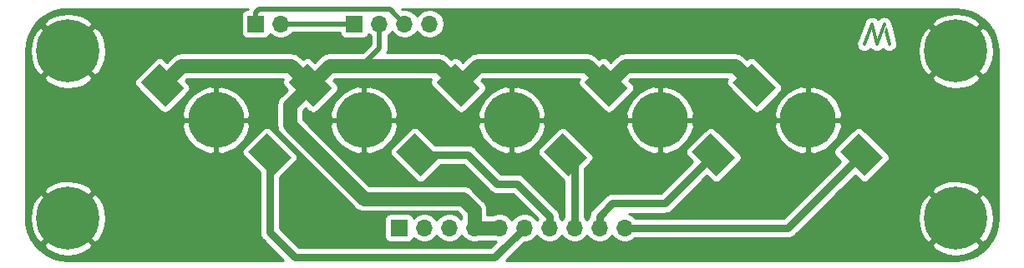
<source format=gbr>
G04 #@! TF.GenerationSoftware,KiCad,Pcbnew,(5.1.5-0-10_14)*
G04 #@! TF.CreationDate,2020-04-19T21:27:58+02:00*
G04 #@! TF.ProjectId,inuk-passive-led-shield,696e756b-2d70-4617-9373-6976652d6c65,rev?*
G04 #@! TF.SameCoordinates,Original*
G04 #@! TF.FileFunction,Copper,L1,Top*
G04 #@! TF.FilePolarity,Positive*
%FSLAX46Y46*%
G04 Gerber Fmt 4.6, Leading zero omitted, Abs format (unit mm)*
G04 Created by KiCad (PCBNEW (5.1.5-0-10_14)) date 2020-04-19 21:27:58*
%MOMM*%
%LPD*%
G04 APERTURE LIST*
%ADD10C,0.350000*%
%ADD11C,0.100000*%
%ADD12C,0.800000*%
%ADD13C,6.400000*%
%ADD14C,5.700000*%
%ADD15O,1.700000X1.700000*%
%ADD16R,1.700000X1.700000*%
%ADD17C,0.800000*%
%ADD18C,1.400000*%
%ADD19C,0.500000*%
%ADD20C,0.254000*%
G04 APERTURE END LIST*
D10*
X141990000Y-122260000D02*
X142740000Y-120260000D01*
X142940000Y-121040000D02*
X143240000Y-122260000D01*
D11*
G36*
X143100000Y-121160000D02*
G01*
X142860000Y-121250000D01*
X142800000Y-121030000D01*
X142970000Y-120570000D01*
X143100000Y-121160000D01*
G37*
X143100000Y-121160000D02*
X142860000Y-121250000D01*
X142800000Y-121030000D01*
X142970000Y-120570000D01*
X143100000Y-121160000D01*
D10*
X141490000Y-120260000D02*
X141990000Y-122260000D01*
X140740000Y-122260000D02*
X141490000Y-120260000D01*
D12*
X61697056Y-138302944D03*
X60000000Y-137600000D03*
X58302944Y-138302944D03*
X57600000Y-140000000D03*
X58302944Y-141697056D03*
X60000000Y-142400000D03*
X61697056Y-141697056D03*
X62400000Y-140000000D03*
D13*
X60000000Y-140000000D03*
D12*
X151697056Y-138302944D03*
X150000000Y-137600000D03*
X148302944Y-138302944D03*
X147600000Y-140000000D03*
X148302944Y-141697056D03*
X150000000Y-142400000D03*
X151697056Y-141697056D03*
X152400000Y-140000000D03*
D13*
X150000000Y-140000000D03*
D12*
X151697056Y-121302944D03*
X150000000Y-120600000D03*
X148302944Y-121302944D03*
X147600000Y-123000000D03*
X148302944Y-124697056D03*
X150000000Y-125400000D03*
X151697056Y-124697056D03*
X152400000Y-123000000D03*
D13*
X150000000Y-123000000D03*
D12*
X61697056Y-121302944D03*
X60000000Y-120600000D03*
X58302944Y-121302944D03*
X57600000Y-123000000D03*
X58302944Y-124697056D03*
X60000000Y-125400000D03*
X61697056Y-124697056D03*
X62400000Y-123000000D03*
D13*
X60000000Y-123000000D03*
D14*
X135000000Y-130000000D03*
G04 #@! TA.AperFunction,SMDPad,CuDef*
D11*
G36*
X142636753Y-133818377D02*
G01*
X140727565Y-135727565D01*
X138252691Y-133252691D01*
X140161879Y-131343503D01*
X142636753Y-133818377D01*
G37*
G04 #@! TD.AperFunction*
G04 #@! TA.AperFunction,SMDPad,CuDef*
G36*
X131747309Y-126747309D02*
G01*
X129838121Y-128656497D01*
X127363247Y-126181623D01*
X129272435Y-124272435D01*
X131747309Y-126747309D01*
G37*
G04 #@! TD.AperFunction*
D14*
X120000000Y-130000000D03*
G04 #@! TA.AperFunction,SMDPad,CuDef*
D11*
G36*
X127636753Y-133818377D02*
G01*
X125727565Y-135727565D01*
X123252691Y-133252691D01*
X125161879Y-131343503D01*
X127636753Y-133818377D01*
G37*
G04 #@! TD.AperFunction*
G04 #@! TA.AperFunction,SMDPad,CuDef*
G36*
X116747309Y-126747309D02*
G01*
X114838121Y-128656497D01*
X112363247Y-126181623D01*
X114272435Y-124272435D01*
X116747309Y-126747309D01*
G37*
G04 #@! TD.AperFunction*
D14*
X105000000Y-130000000D03*
G04 #@! TA.AperFunction,SMDPad,CuDef*
D11*
G36*
X112636753Y-133818377D02*
G01*
X110727565Y-135727565D01*
X108252691Y-133252691D01*
X110161879Y-131343503D01*
X112636753Y-133818377D01*
G37*
G04 #@! TD.AperFunction*
G04 #@! TA.AperFunction,SMDPad,CuDef*
G36*
X101747309Y-126747309D02*
G01*
X99838121Y-128656497D01*
X97363247Y-126181623D01*
X99272435Y-124272435D01*
X101747309Y-126747309D01*
G37*
G04 #@! TD.AperFunction*
D14*
X90000000Y-130000000D03*
G04 #@! TA.AperFunction,SMDPad,CuDef*
D11*
G36*
X97636753Y-133818377D02*
G01*
X95727565Y-135727565D01*
X93252691Y-133252691D01*
X95161879Y-131343503D01*
X97636753Y-133818377D01*
G37*
G04 #@! TD.AperFunction*
G04 #@! TA.AperFunction,SMDPad,CuDef*
G36*
X86747309Y-126747309D02*
G01*
X84838121Y-128656497D01*
X82363247Y-126181623D01*
X84272435Y-124272435D01*
X86747309Y-126747309D01*
G37*
G04 #@! TD.AperFunction*
D14*
X75000000Y-130000000D03*
G04 #@! TA.AperFunction,SMDPad,CuDef*
D11*
G36*
X82636753Y-133818377D02*
G01*
X80727565Y-135727565D01*
X78252691Y-133252691D01*
X80161879Y-131343503D01*
X82636753Y-133818377D01*
G37*
G04 #@! TD.AperFunction*
G04 #@! TA.AperFunction,SMDPad,CuDef*
G36*
X71747309Y-126747309D02*
G01*
X69838121Y-128656497D01*
X67363247Y-126181623D01*
X69272435Y-124272435D01*
X71747309Y-126747309D01*
G37*
G04 #@! TD.AperFunction*
D15*
X81570000Y-120220000D03*
D16*
X79030000Y-120220000D03*
D15*
X116430000Y-140970000D03*
X113890000Y-140970000D03*
X111350000Y-140970000D03*
X108810000Y-140970000D03*
X106270000Y-140970000D03*
X103730000Y-140970000D03*
X101190000Y-140970000D03*
X98650000Y-140970000D03*
X96110000Y-140970000D03*
D16*
X93570000Y-140970000D03*
D15*
X96650000Y-120220000D03*
X94110000Y-120220000D03*
X91570000Y-120220000D03*
D16*
X89030000Y-120220000D03*
D12*
X88520000Y-130960000D03*
X91520000Y-128960000D03*
X90020000Y-127960000D03*
X90020000Y-131960000D03*
X91520000Y-130960000D03*
X88520000Y-128960000D03*
X90020000Y-129960000D03*
X133500000Y-131000000D03*
X136500000Y-129000000D03*
X135000000Y-128000000D03*
X135000000Y-132000000D03*
X136500000Y-131000000D03*
X133500000Y-129000000D03*
X135000000Y-130000000D03*
X118500000Y-131000000D03*
X121500000Y-129000000D03*
X120000000Y-128000000D03*
X120000000Y-132000000D03*
X121500000Y-131000000D03*
X118500000Y-129000000D03*
X120000000Y-130000000D03*
X103500000Y-131000000D03*
X106500000Y-129000000D03*
X105000000Y-128000000D03*
X105000000Y-132000000D03*
X106500000Y-131000000D03*
X103500000Y-129000000D03*
X105000000Y-130000000D03*
X75000000Y-131960000D03*
X75020000Y-127960000D03*
X75020000Y-129960000D03*
X73520000Y-130960000D03*
X76520000Y-130960000D03*
X76520000Y-128960000D03*
X73520000Y-128960000D03*
D17*
X80444722Y-133535534D02*
X80444722Y-141444722D01*
X80444722Y-141444722D02*
X83000000Y-144000000D01*
X103250000Y-144000000D02*
X106250000Y-141000000D01*
X83000000Y-144000000D02*
X103250000Y-144000000D01*
D18*
X103710000Y-141000000D02*
X101170000Y-141000000D01*
X100000000Y-138000000D02*
X90000000Y-138000000D01*
X90000000Y-138000000D02*
X82500000Y-130500000D01*
X101170000Y-139170000D02*
X100000000Y-138000000D01*
X101170000Y-141000000D02*
X101170000Y-139170000D01*
X83580940Y-127419060D02*
X82500000Y-128500000D01*
X84555278Y-126464466D02*
X83600684Y-127419060D01*
X83600684Y-127419060D02*
X83580940Y-127419060D01*
X82500000Y-130500000D02*
X82500000Y-128500000D01*
X84555278Y-126464466D02*
X86519744Y-124500000D01*
X97590812Y-124500000D02*
X99555278Y-126464466D01*
X82590812Y-124500000D02*
X84555278Y-126464466D01*
X71519744Y-124500000D02*
X82590812Y-124500000D01*
X69555278Y-126464466D02*
X71519744Y-124500000D01*
X99555278Y-126464466D02*
X101519744Y-124500000D01*
X112590812Y-124500000D02*
X114555278Y-126464466D01*
X101519744Y-124500000D02*
X112590812Y-124500000D01*
X114555278Y-126464466D02*
X116519744Y-124500000D01*
X127590812Y-124500000D02*
X129555278Y-126464466D01*
X116519744Y-124500000D02*
X127590812Y-124500000D01*
D19*
X91570000Y-122680000D02*
X89750000Y-124500000D01*
X91570000Y-120220000D02*
X91570000Y-122680000D01*
D18*
X89750000Y-124500000D02*
X97590812Y-124500000D01*
X86519744Y-124500000D02*
X89750000Y-124500000D01*
D17*
X108790000Y-139790000D02*
X108790000Y-141000000D01*
X105500000Y-136500000D02*
X108790000Y-139790000D01*
X100535534Y-133535534D02*
X103500000Y-136500000D01*
X103500000Y-136500000D02*
X105500000Y-136500000D01*
X95444722Y-133535534D02*
X100535534Y-133535534D01*
X111330000Y-134420812D02*
X110444722Y-133535534D01*
X111330000Y-141000000D02*
X111330000Y-134420812D01*
X113870000Y-139797919D02*
X115167919Y-138500000D01*
X113870000Y-141000000D02*
X113870000Y-139797919D01*
X120480256Y-138500000D02*
X125444722Y-133535534D01*
X115167919Y-138500000D02*
X120480256Y-138500000D01*
X132980256Y-141000000D02*
X140444722Y-133535534D01*
X116410000Y-141000000D02*
X132980256Y-141000000D01*
D19*
X92610000Y-118720000D02*
X94110000Y-120220000D01*
X79380000Y-118720000D02*
X92610000Y-118720000D01*
X79030000Y-119070000D02*
X79380000Y-118720000D01*
X79030000Y-120220000D02*
X79030000Y-119070000D01*
X81570000Y-120220000D02*
X89030000Y-120220000D01*
D20*
G36*
X150759192Y-118780578D02*
G01*
X151494389Y-118981705D01*
X152182351Y-119309846D01*
X152801331Y-119754628D01*
X153331761Y-120301988D01*
X153756884Y-120934639D01*
X154063251Y-121632561D01*
X154242499Y-122379183D01*
X154290000Y-123026030D01*
X154290001Y-139968370D01*
X154219422Y-140759193D01*
X154018295Y-141494389D01*
X153690152Y-142182355D01*
X153245374Y-142801328D01*
X152698012Y-143331761D01*
X152065362Y-143756883D01*
X151367439Y-144063251D01*
X150620819Y-144242499D01*
X149973970Y-144290000D01*
X104423710Y-144290000D01*
X106012829Y-142700881D01*
X147478724Y-142700881D01*
X147838912Y-143190548D01*
X148502882Y-143550849D01*
X149224385Y-143774694D01*
X149975695Y-143853480D01*
X150727938Y-143784178D01*
X151452208Y-143569452D01*
X152120670Y-143217555D01*
X152161088Y-143190548D01*
X152521276Y-142700881D01*
X150000000Y-140179605D01*
X147478724Y-142700881D01*
X106012829Y-142700881D01*
X106258711Y-142455000D01*
X106416260Y-142455000D01*
X106703158Y-142397932D01*
X106973411Y-142285990D01*
X107216632Y-142123475D01*
X107423475Y-141916632D01*
X107540000Y-141742240D01*
X107656525Y-141916632D01*
X107863368Y-142123475D01*
X108106589Y-142285990D01*
X108376842Y-142397932D01*
X108663740Y-142455000D01*
X108956260Y-142455000D01*
X109243158Y-142397932D01*
X109513411Y-142285990D01*
X109756632Y-142123475D01*
X109963475Y-141916632D01*
X110080000Y-141742240D01*
X110196525Y-141916632D01*
X110403368Y-142123475D01*
X110646589Y-142285990D01*
X110916842Y-142397932D01*
X111203740Y-142455000D01*
X111496260Y-142455000D01*
X111783158Y-142397932D01*
X112053411Y-142285990D01*
X112296632Y-142123475D01*
X112503475Y-141916632D01*
X112620000Y-141742240D01*
X112736525Y-141916632D01*
X112943368Y-142123475D01*
X113186589Y-142285990D01*
X113456842Y-142397932D01*
X113743740Y-142455000D01*
X114036260Y-142455000D01*
X114323158Y-142397932D01*
X114593411Y-142285990D01*
X114836632Y-142123475D01*
X115043475Y-141916632D01*
X115160000Y-141742240D01*
X115276525Y-141916632D01*
X115483368Y-142123475D01*
X115726589Y-142285990D01*
X115996842Y-142397932D01*
X116283740Y-142455000D01*
X116576260Y-142455000D01*
X116863158Y-142397932D01*
X117133411Y-142285990D01*
X117376632Y-142123475D01*
X117465107Y-142035000D01*
X132929428Y-142035000D01*
X132980256Y-142040006D01*
X133031084Y-142035000D01*
X133031094Y-142035000D01*
X133183151Y-142020024D01*
X133378249Y-141960841D01*
X133558053Y-141864734D01*
X133715652Y-141735396D01*
X133748063Y-141695903D01*
X135468271Y-139975695D01*
X146146520Y-139975695D01*
X146215822Y-140727938D01*
X146430548Y-141452208D01*
X146782445Y-142120670D01*
X146809452Y-142161088D01*
X147299119Y-142521276D01*
X149820395Y-140000000D01*
X150179605Y-140000000D01*
X152700881Y-142521276D01*
X153190548Y-142161088D01*
X153550849Y-141497118D01*
X153774694Y-140775615D01*
X153853480Y-140024305D01*
X153784178Y-139272062D01*
X153569452Y-138547792D01*
X153217555Y-137879330D01*
X153190548Y-137838912D01*
X152700881Y-137478724D01*
X150179605Y-140000000D01*
X149820395Y-140000000D01*
X147299119Y-137478724D01*
X146809452Y-137838912D01*
X146449151Y-138502882D01*
X146225306Y-139224385D01*
X146146520Y-139975695D01*
X135468271Y-139975695D01*
X138144847Y-137299119D01*
X147478724Y-137299119D01*
X150000000Y-139820395D01*
X152521276Y-137299119D01*
X152161088Y-136809452D01*
X151497118Y-136449151D01*
X150775615Y-136225306D01*
X150024305Y-136146520D01*
X149272062Y-136215822D01*
X148547792Y-136430548D01*
X147879330Y-136782445D01*
X147838912Y-136809452D01*
X147478724Y-137299119D01*
X138144847Y-137299119D01*
X139770798Y-135673168D01*
X140276380Y-136178750D01*
X140373071Y-136258102D01*
X140483385Y-136317067D01*
X140603083Y-136353377D01*
X140727565Y-136365637D01*
X140852047Y-136353377D01*
X140971745Y-136317067D01*
X141082059Y-136258102D01*
X141178750Y-136178750D01*
X143087938Y-134269562D01*
X143167290Y-134172871D01*
X143226255Y-134062557D01*
X143262565Y-133942859D01*
X143274825Y-133818377D01*
X143262565Y-133693895D01*
X143226255Y-133574197D01*
X143167290Y-133463883D01*
X143087938Y-133367192D01*
X140613064Y-130892318D01*
X140516373Y-130812966D01*
X140406059Y-130754001D01*
X140286361Y-130717691D01*
X140161879Y-130705431D01*
X140037397Y-130717691D01*
X139917699Y-130754001D01*
X139807385Y-130812966D01*
X139710694Y-130892318D01*
X137801506Y-132801506D01*
X137722154Y-132898197D01*
X137663189Y-133008511D01*
X137626879Y-133128209D01*
X137614619Y-133252691D01*
X137626879Y-133377173D01*
X137663189Y-133496871D01*
X137722154Y-133607185D01*
X137801506Y-133703876D01*
X138307088Y-134209458D01*
X132551546Y-139965000D01*
X117525107Y-139965000D01*
X117376632Y-139816525D01*
X117133411Y-139654010D01*
X116863158Y-139542068D01*
X116827625Y-139535000D01*
X120429428Y-139535000D01*
X120480256Y-139540006D01*
X120531084Y-139535000D01*
X120531094Y-139535000D01*
X120683151Y-139520024D01*
X120878249Y-139460841D01*
X121058053Y-139364734D01*
X121215652Y-139235396D01*
X121248063Y-139195903D01*
X124770798Y-135673168D01*
X125276380Y-136178750D01*
X125373071Y-136258102D01*
X125483385Y-136317067D01*
X125603083Y-136353377D01*
X125727565Y-136365637D01*
X125852047Y-136353377D01*
X125971745Y-136317067D01*
X126082059Y-136258102D01*
X126178750Y-136178750D01*
X128087938Y-134269562D01*
X128167290Y-134172871D01*
X128226255Y-134062557D01*
X128262565Y-133942859D01*
X128274825Y-133818377D01*
X128262565Y-133693895D01*
X128226255Y-133574197D01*
X128167290Y-133463883D01*
X128087938Y-133367192D01*
X125613064Y-130892318D01*
X125516373Y-130812966D01*
X125406059Y-130754001D01*
X125286361Y-130717691D01*
X125161879Y-130705431D01*
X125037397Y-130717691D01*
X124917699Y-130754001D01*
X124807385Y-130812966D01*
X124710694Y-130892318D01*
X122801506Y-132801506D01*
X122722154Y-132898197D01*
X122663189Y-133008511D01*
X122626879Y-133128209D01*
X122614619Y-133252691D01*
X122626879Y-133377173D01*
X122663189Y-133496871D01*
X122722154Y-133607185D01*
X122801506Y-133703876D01*
X123307088Y-134209458D01*
X120051546Y-137465000D01*
X115218754Y-137465000D01*
X115167919Y-137459993D01*
X115117084Y-137465000D01*
X115117081Y-137465000D01*
X114965024Y-137479976D01*
X114769926Y-137539159D01*
X114686228Y-137583896D01*
X114590121Y-137635266D01*
X114489947Y-137717477D01*
X114432523Y-137764604D01*
X114400116Y-137804092D01*
X113174092Y-139030117D01*
X113134605Y-139062523D01*
X113102198Y-139102011D01*
X113102197Y-139102012D01*
X113005266Y-139220122D01*
X112909160Y-139399926D01*
X112849977Y-139595024D01*
X112829994Y-139797919D01*
X112835001Y-139848756D01*
X112835001Y-139924892D01*
X112736525Y-140023368D01*
X112620000Y-140197760D01*
X112503475Y-140023368D01*
X112365000Y-139884893D01*
X112365000Y-134992500D01*
X113087938Y-134269562D01*
X113167290Y-134172871D01*
X113226255Y-134062557D01*
X113262565Y-133942859D01*
X113274825Y-133818377D01*
X113262565Y-133693895D01*
X113226255Y-133574197D01*
X113167290Y-133463883D01*
X113087938Y-133367192D01*
X110613064Y-130892318D01*
X110516373Y-130812966D01*
X110406059Y-130754001D01*
X110286361Y-130717691D01*
X110161879Y-130705431D01*
X110037397Y-130717691D01*
X109917699Y-130754001D01*
X109807385Y-130812966D01*
X109710694Y-130892318D01*
X107801506Y-132801506D01*
X107722154Y-132898197D01*
X107663189Y-133008511D01*
X107626879Y-133128209D01*
X107614619Y-133252691D01*
X107626879Y-133377173D01*
X107663189Y-133496871D01*
X107722154Y-133607185D01*
X107801506Y-133703876D01*
X110276380Y-136178750D01*
X110295001Y-136194032D01*
X110295000Y-139924893D01*
X110196525Y-140023368D01*
X110080000Y-140197760D01*
X109963475Y-140023368D01*
X109825000Y-139884893D01*
X109825000Y-139840835D01*
X109830007Y-139790000D01*
X109825000Y-139739162D01*
X109810024Y-139587105D01*
X109753243Y-139399926D01*
X109750841Y-139392006D01*
X109654734Y-139212202D01*
X109557803Y-139094092D01*
X109525396Y-139054604D01*
X109485908Y-139022197D01*
X106267807Y-135804097D01*
X106235396Y-135764604D01*
X106077797Y-135635266D01*
X105897993Y-135539159D01*
X105702895Y-135479976D01*
X105550838Y-135465000D01*
X105550828Y-135465000D01*
X105500000Y-135459994D01*
X105449172Y-135465000D01*
X103928711Y-135465000D01*
X101303341Y-132839631D01*
X101270930Y-132800138D01*
X101113331Y-132670800D01*
X100933527Y-132574693D01*
X100738429Y-132515510D01*
X100586372Y-132500534D01*
X100586362Y-132500534D01*
X100535534Y-132495528D01*
X100484706Y-132500534D01*
X97221280Y-132500534D01*
X95613064Y-130892318D01*
X95516373Y-130812966D01*
X95406059Y-130754001D01*
X95286361Y-130717691D01*
X95161879Y-130705431D01*
X95037397Y-130717691D01*
X94917699Y-130754001D01*
X94807385Y-130812966D01*
X94710694Y-130892318D01*
X92801506Y-132801506D01*
X92722154Y-132898197D01*
X92663189Y-133008511D01*
X92626879Y-133128209D01*
X92614619Y-133252691D01*
X92626879Y-133377173D01*
X92663189Y-133496871D01*
X92722154Y-133607185D01*
X92801506Y-133703876D01*
X95276380Y-136178750D01*
X95373071Y-136258102D01*
X95483385Y-136317067D01*
X95603083Y-136353377D01*
X95727565Y-136365637D01*
X95852047Y-136353377D01*
X95971745Y-136317067D01*
X96082059Y-136258102D01*
X96178750Y-136178750D01*
X97786966Y-134570534D01*
X100106824Y-134570534D01*
X102732196Y-137195907D01*
X102764604Y-137235396D01*
X102804092Y-137267803D01*
X102922202Y-137364734D01*
X102947916Y-137378478D01*
X103102007Y-137460841D01*
X103297105Y-137520024D01*
X103449162Y-137535000D01*
X103449171Y-137535000D01*
X103499999Y-137540006D01*
X103550827Y-137535000D01*
X105071290Y-137535000D01*
X107617725Y-140081436D01*
X107540000Y-140197760D01*
X107423475Y-140023368D01*
X107216632Y-139816525D01*
X106973411Y-139654010D01*
X106703158Y-139542068D01*
X106416260Y-139485000D01*
X106123740Y-139485000D01*
X105836842Y-139542068D01*
X105566589Y-139654010D01*
X105323368Y-139816525D01*
X105116525Y-140023368D01*
X105000000Y-140197760D01*
X104883475Y-140023368D01*
X104676632Y-139816525D01*
X104433411Y-139654010D01*
X104163158Y-139542068D01*
X103876260Y-139485000D01*
X103583740Y-139485000D01*
X103296842Y-139542068D01*
X103026589Y-139654010D01*
X103010141Y-139665000D01*
X102505000Y-139665000D01*
X102505000Y-139235579D01*
X102511459Y-139170000D01*
X102485683Y-138908294D01*
X102454933Y-138806925D01*
X102409347Y-138656646D01*
X102285382Y-138424725D01*
X102188309Y-138306441D01*
X102160359Y-138272383D01*
X102160357Y-138272381D01*
X102118555Y-138221445D01*
X102067618Y-138179643D01*
X100990365Y-137102391D01*
X100948555Y-137051445D01*
X100745275Y-136884618D01*
X100513354Y-136760653D01*
X100261706Y-136684317D01*
X100065579Y-136665000D01*
X100000000Y-136658541D01*
X99934421Y-136665000D01*
X90552975Y-136665000D01*
X84560863Y-130672888D01*
X86563395Y-130672888D01*
X86760702Y-131330407D01*
X87082494Y-131936799D01*
X87516404Y-132468761D01*
X88045757Y-132905850D01*
X88650210Y-133231269D01*
X89306535Y-133432512D01*
X89327112Y-133436605D01*
X89873000Y-133340699D01*
X89873000Y-130127000D01*
X90127000Y-130127000D01*
X90127000Y-133340699D01*
X90672888Y-133436605D01*
X91330407Y-133239298D01*
X91936799Y-132917506D01*
X92468761Y-132483596D01*
X92905850Y-131954243D01*
X93231269Y-131349790D01*
X93432512Y-130693465D01*
X93436605Y-130672888D01*
X101563395Y-130672888D01*
X101760702Y-131330407D01*
X102082494Y-131936799D01*
X102516404Y-132468761D01*
X103045757Y-132905850D01*
X103650210Y-133231269D01*
X104306535Y-133432512D01*
X104327112Y-133436605D01*
X104873000Y-133340699D01*
X104873000Y-130127000D01*
X105127000Y-130127000D01*
X105127000Y-133340699D01*
X105672888Y-133436605D01*
X106330407Y-133239298D01*
X106936799Y-132917506D01*
X107468761Y-132483596D01*
X107905850Y-131954243D01*
X108231269Y-131349790D01*
X108432512Y-130693465D01*
X108436605Y-130672888D01*
X116563395Y-130672888D01*
X116760702Y-131330407D01*
X117082494Y-131936799D01*
X117516404Y-132468761D01*
X118045757Y-132905850D01*
X118650210Y-133231269D01*
X119306535Y-133432512D01*
X119327112Y-133436605D01*
X119873000Y-133340699D01*
X119873000Y-130127000D01*
X120127000Y-130127000D01*
X120127000Y-133340699D01*
X120672888Y-133436605D01*
X121330407Y-133239298D01*
X121936799Y-132917506D01*
X122468761Y-132483596D01*
X122905850Y-131954243D01*
X123231269Y-131349790D01*
X123432512Y-130693465D01*
X123436605Y-130672888D01*
X131563395Y-130672888D01*
X131760702Y-131330407D01*
X132082494Y-131936799D01*
X132516404Y-132468761D01*
X133045757Y-132905850D01*
X133650210Y-133231269D01*
X134306535Y-133432512D01*
X134327112Y-133436605D01*
X134873000Y-133340699D01*
X134873000Y-130127000D01*
X135127000Y-130127000D01*
X135127000Y-133340699D01*
X135672888Y-133436605D01*
X136330407Y-133239298D01*
X136936799Y-132917506D01*
X137468761Y-132483596D01*
X137905850Y-131954243D01*
X138231269Y-131349790D01*
X138432512Y-130693465D01*
X138436605Y-130672888D01*
X138340699Y-130127000D01*
X135127000Y-130127000D01*
X134873000Y-130127000D01*
X131659301Y-130127000D01*
X131563395Y-130672888D01*
X123436605Y-130672888D01*
X123340699Y-130127000D01*
X120127000Y-130127000D01*
X119873000Y-130127000D01*
X116659301Y-130127000D01*
X116563395Y-130672888D01*
X108436605Y-130672888D01*
X108340699Y-130127000D01*
X105127000Y-130127000D01*
X104873000Y-130127000D01*
X101659301Y-130127000D01*
X101563395Y-130672888D01*
X93436605Y-130672888D01*
X93340699Y-130127000D01*
X90127000Y-130127000D01*
X89873000Y-130127000D01*
X86659301Y-130127000D01*
X86563395Y-130672888D01*
X84560863Y-130672888D01*
X83835000Y-129947026D01*
X83835000Y-129327112D01*
X86563395Y-129327112D01*
X86659301Y-129873000D01*
X89873000Y-129873000D01*
X89873000Y-126659301D01*
X90127000Y-126659301D01*
X90127000Y-129873000D01*
X93340699Y-129873000D01*
X93436605Y-129327112D01*
X101563395Y-129327112D01*
X101659301Y-129873000D01*
X104873000Y-129873000D01*
X104873000Y-126659301D01*
X105127000Y-126659301D01*
X105127000Y-129873000D01*
X108340699Y-129873000D01*
X108436605Y-129327112D01*
X116563395Y-129327112D01*
X116659301Y-129873000D01*
X119873000Y-129873000D01*
X119873000Y-126659301D01*
X120127000Y-126659301D01*
X120127000Y-129873000D01*
X123340699Y-129873000D01*
X123436605Y-129327112D01*
X131563395Y-129327112D01*
X131659301Y-129873000D01*
X134873000Y-129873000D01*
X134873000Y-126659301D01*
X135127000Y-126659301D01*
X135127000Y-129873000D01*
X138340699Y-129873000D01*
X138436605Y-129327112D01*
X138239298Y-128669593D01*
X137917506Y-128063201D01*
X137483596Y-127531239D01*
X136954243Y-127094150D01*
X136349790Y-126768731D01*
X135693465Y-126567488D01*
X135672888Y-126563395D01*
X135127000Y-126659301D01*
X134873000Y-126659301D01*
X134327112Y-126563395D01*
X133669593Y-126760702D01*
X133063201Y-127082494D01*
X132531239Y-127516404D01*
X132094150Y-128045757D01*
X131768731Y-128650210D01*
X131567488Y-129306535D01*
X131563395Y-129327112D01*
X123436605Y-129327112D01*
X123239298Y-128669593D01*
X122917506Y-128063201D01*
X122483596Y-127531239D01*
X121954243Y-127094150D01*
X121349790Y-126768731D01*
X120693465Y-126567488D01*
X120672888Y-126563395D01*
X120127000Y-126659301D01*
X119873000Y-126659301D01*
X119327112Y-126563395D01*
X118669593Y-126760702D01*
X118063201Y-127082494D01*
X117531239Y-127516404D01*
X117094150Y-128045757D01*
X116768731Y-128650210D01*
X116567488Y-129306535D01*
X116563395Y-129327112D01*
X108436605Y-129327112D01*
X108239298Y-128669593D01*
X107917506Y-128063201D01*
X107483596Y-127531239D01*
X106954243Y-127094150D01*
X106349790Y-126768731D01*
X105693465Y-126567488D01*
X105672888Y-126563395D01*
X105127000Y-126659301D01*
X104873000Y-126659301D01*
X104327112Y-126563395D01*
X103669593Y-126760702D01*
X103063201Y-127082494D01*
X102531239Y-127516404D01*
X102094150Y-128045757D01*
X101768731Y-128650210D01*
X101567488Y-129306535D01*
X101563395Y-129327112D01*
X93436605Y-129327112D01*
X93239298Y-128669593D01*
X92917506Y-128063201D01*
X92483596Y-127531239D01*
X91954243Y-127094150D01*
X91349790Y-126768731D01*
X90693465Y-126567488D01*
X90672888Y-126563395D01*
X90127000Y-126659301D01*
X89873000Y-126659301D01*
X89327112Y-126563395D01*
X88669593Y-126760702D01*
X88063201Y-127082494D01*
X87531239Y-127516404D01*
X87094150Y-128045757D01*
X86768731Y-128650210D01*
X86567488Y-129306535D01*
X86563395Y-129327112D01*
X83835000Y-129327112D01*
X83835000Y-129052974D01*
X84083614Y-128804360D01*
X84386936Y-129107682D01*
X84483627Y-129187034D01*
X84593941Y-129245999D01*
X84713639Y-129282309D01*
X84838121Y-129294569D01*
X84962603Y-129282309D01*
X85082301Y-129245999D01*
X85192615Y-129187034D01*
X85289306Y-129107682D01*
X87198494Y-127198494D01*
X87277846Y-127101803D01*
X87336811Y-126991489D01*
X87373121Y-126871791D01*
X87385381Y-126747309D01*
X87373121Y-126622827D01*
X87336811Y-126503129D01*
X87277846Y-126392815D01*
X87198494Y-126296124D01*
X86905044Y-126002674D01*
X87072719Y-125835000D01*
X96828503Y-125835000D01*
X96773745Y-125937443D01*
X96737435Y-126057141D01*
X96725175Y-126181623D01*
X96737435Y-126306105D01*
X96773745Y-126425803D01*
X96832710Y-126536117D01*
X96912062Y-126632808D01*
X99386936Y-129107682D01*
X99483627Y-129187034D01*
X99593941Y-129245999D01*
X99713639Y-129282309D01*
X99838121Y-129294569D01*
X99962603Y-129282309D01*
X100082301Y-129245999D01*
X100192615Y-129187034D01*
X100289306Y-129107682D01*
X102198494Y-127198494D01*
X102277846Y-127101803D01*
X102336811Y-126991489D01*
X102373121Y-126871791D01*
X102385381Y-126747309D01*
X102373121Y-126622827D01*
X102336811Y-126503129D01*
X102277846Y-126392815D01*
X102198494Y-126296124D01*
X101905044Y-126002674D01*
X102072719Y-125835000D01*
X111828503Y-125835000D01*
X111773745Y-125937443D01*
X111737435Y-126057141D01*
X111725175Y-126181623D01*
X111737435Y-126306105D01*
X111773745Y-126425803D01*
X111832710Y-126536117D01*
X111912062Y-126632808D01*
X114386936Y-129107682D01*
X114483627Y-129187034D01*
X114593941Y-129245999D01*
X114713639Y-129282309D01*
X114838121Y-129294569D01*
X114962603Y-129282309D01*
X115082301Y-129245999D01*
X115192615Y-129187034D01*
X115289306Y-129107682D01*
X117198494Y-127198494D01*
X117277846Y-127101803D01*
X117336811Y-126991489D01*
X117373121Y-126871791D01*
X117385381Y-126747309D01*
X117373121Y-126622827D01*
X117336811Y-126503129D01*
X117277846Y-126392815D01*
X117198494Y-126296124D01*
X116905044Y-126002674D01*
X117072719Y-125835000D01*
X126828503Y-125835000D01*
X126773745Y-125937443D01*
X126737435Y-126057141D01*
X126725175Y-126181623D01*
X126737435Y-126306105D01*
X126773745Y-126425803D01*
X126832710Y-126536117D01*
X126912062Y-126632808D01*
X129386936Y-129107682D01*
X129483627Y-129187034D01*
X129593941Y-129245999D01*
X129713639Y-129282309D01*
X129838121Y-129294569D01*
X129962603Y-129282309D01*
X130082301Y-129245999D01*
X130192615Y-129187034D01*
X130289306Y-129107682D01*
X132198494Y-127198494D01*
X132277846Y-127101803D01*
X132336811Y-126991489D01*
X132373121Y-126871791D01*
X132385381Y-126747309D01*
X132373121Y-126622827D01*
X132336811Y-126503129D01*
X132277846Y-126392815D01*
X132198494Y-126296124D01*
X131603251Y-125700881D01*
X147478724Y-125700881D01*
X147838912Y-126190548D01*
X148502882Y-126550849D01*
X149224385Y-126774694D01*
X149975695Y-126853480D01*
X150727938Y-126784178D01*
X151452208Y-126569452D01*
X152120670Y-126217555D01*
X152161088Y-126190548D01*
X152521276Y-125700881D01*
X150000000Y-123179605D01*
X147478724Y-125700881D01*
X131603251Y-125700881D01*
X129723620Y-123821250D01*
X129626929Y-123741898D01*
X129516615Y-123682933D01*
X129396917Y-123646623D01*
X129272435Y-123634363D01*
X129147953Y-123646623D01*
X129028255Y-123682933D01*
X128917941Y-123741898D01*
X128821250Y-123821250D01*
X128810643Y-123831857D01*
X128581178Y-123602392D01*
X128539367Y-123551445D01*
X128336087Y-123384618D01*
X128104166Y-123260653D01*
X127852518Y-123184317D01*
X127656391Y-123165000D01*
X127590812Y-123158541D01*
X127525233Y-123165000D01*
X116585319Y-123165000D01*
X116519743Y-123158541D01*
X116454167Y-123165000D01*
X116454165Y-123165000D01*
X116258038Y-123184317D01*
X116006390Y-123260653D01*
X115774469Y-123384618D01*
X115571189Y-123551445D01*
X115529383Y-123602387D01*
X115017070Y-124114700D01*
X114723620Y-123821250D01*
X114626929Y-123741898D01*
X114516615Y-123682933D01*
X114396917Y-123646623D01*
X114272435Y-123634363D01*
X114147953Y-123646623D01*
X114028255Y-123682933D01*
X113917941Y-123741898D01*
X113821250Y-123821250D01*
X113810643Y-123831857D01*
X113581178Y-123602392D01*
X113539367Y-123551445D01*
X113336087Y-123384618D01*
X113104166Y-123260653D01*
X112852518Y-123184317D01*
X112656391Y-123165000D01*
X112590812Y-123158541D01*
X112525233Y-123165000D01*
X101585319Y-123165000D01*
X101519743Y-123158541D01*
X101454167Y-123165000D01*
X101454165Y-123165000D01*
X101258038Y-123184317D01*
X101006390Y-123260653D01*
X100774469Y-123384618D01*
X100571189Y-123551445D01*
X100529383Y-123602387D01*
X100017070Y-124114700D01*
X99723620Y-123821250D01*
X99626929Y-123741898D01*
X99516615Y-123682933D01*
X99396917Y-123646623D01*
X99272435Y-123634363D01*
X99147953Y-123646623D01*
X99028255Y-123682933D01*
X98917941Y-123741898D01*
X98821250Y-123821250D01*
X98810643Y-123831857D01*
X98581178Y-123602392D01*
X98539367Y-123551445D01*
X98336087Y-123384618D01*
X98104166Y-123260653D01*
X97852518Y-123184317D01*
X97656391Y-123165000D01*
X97590812Y-123158541D01*
X97525233Y-123165000D01*
X92314253Y-123165000D01*
X92391589Y-123020314D01*
X92442195Y-122853490D01*
X92442916Y-122846165D01*
X92455000Y-122723477D01*
X92455000Y-122723469D01*
X92459281Y-122680000D01*
X92455000Y-122636531D01*
X92455000Y-122287609D01*
X139926550Y-122287609D01*
X139947567Y-122445775D01*
X139999035Y-122596802D01*
X140078980Y-122734885D01*
X140184327Y-122854719D01*
X140311028Y-122951698D01*
X140454214Y-123022096D01*
X140608384Y-123063207D01*
X140767609Y-123073450D01*
X140925775Y-123052433D01*
X141076802Y-123000965D01*
X141214885Y-122921020D01*
X141334719Y-122815673D01*
X141364822Y-122776344D01*
X141385565Y-122799251D01*
X141434327Y-122854719D01*
X141439100Y-122858372D01*
X141443130Y-122862823D01*
X141502429Y-122906845D01*
X141561028Y-122951698D01*
X141566412Y-122954345D01*
X141571241Y-122957930D01*
X141638009Y-122989546D01*
X141704214Y-123022096D01*
X141710018Y-123023644D01*
X141715448Y-123026215D01*
X141787040Y-123044182D01*
X141858384Y-123063207D01*
X141864382Y-123063593D01*
X141870204Y-123065054D01*
X141943932Y-123068710D01*
X142017609Y-123073450D01*
X142023560Y-123072659D01*
X142029564Y-123072957D01*
X142102642Y-123062151D01*
X142175775Y-123052433D01*
X142181458Y-123050496D01*
X142187404Y-123049617D01*
X142256913Y-123024782D01*
X142326802Y-123000965D01*
X142332005Y-122997953D01*
X142337658Y-122995933D01*
X142400988Y-122958014D01*
X142464885Y-122921020D01*
X142469395Y-122917055D01*
X142474551Y-122913968D01*
X142529289Y-122864402D01*
X142584719Y-122815673D01*
X142588369Y-122810904D01*
X142592823Y-122806871D01*
X142615268Y-122776636D01*
X142690806Y-122860707D01*
X142818551Y-122956308D01*
X142962491Y-123025149D01*
X143117097Y-123064586D01*
X143276425Y-123073103D01*
X143434354Y-123050373D01*
X143584814Y-122997270D01*
X143621164Y-122975695D01*
X146146520Y-122975695D01*
X146215822Y-123727938D01*
X146430548Y-124452208D01*
X146782445Y-125120670D01*
X146809452Y-125161088D01*
X147299119Y-125521276D01*
X149820395Y-123000000D01*
X150179605Y-123000000D01*
X152700881Y-125521276D01*
X153190548Y-125161088D01*
X153550849Y-124497118D01*
X153774694Y-123775615D01*
X153853480Y-123024305D01*
X153784178Y-122272062D01*
X153569452Y-121547792D01*
X153217555Y-120879330D01*
X153190548Y-120838912D01*
X152700881Y-120478724D01*
X150179605Y-123000000D01*
X149820395Y-123000000D01*
X147299119Y-120478724D01*
X146809452Y-120838912D01*
X146449151Y-121502882D01*
X146225306Y-122224385D01*
X146146520Y-122975695D01*
X143621164Y-122975695D01*
X143722022Y-122915834D01*
X143840707Y-122809194D01*
X143936308Y-122681449D01*
X144005149Y-122537508D01*
X144044586Y-122382902D01*
X144053103Y-122223574D01*
X144036069Y-122105221D01*
X143771889Y-121030888D01*
X143770946Y-121021957D01*
X143768954Y-121012603D01*
X143638954Y-120422603D01*
X143637297Y-120417511D01*
X143636579Y-120412213D01*
X143616637Y-120354025D01*
X143598770Y-120299119D01*
X147478724Y-120299119D01*
X150000000Y-122820395D01*
X152521276Y-120299119D01*
X152161088Y-119809452D01*
X151497118Y-119449151D01*
X150775615Y-119225306D01*
X150024305Y-119146520D01*
X149272062Y-119215822D01*
X148547792Y-119430548D01*
X147879330Y-119782445D01*
X147838912Y-119809452D01*
X147478724Y-120299119D01*
X143598770Y-120299119D01*
X143597584Y-120295476D01*
X143594971Y-120290806D01*
X143593237Y-120285746D01*
X143562365Y-120232527D01*
X143550697Y-120211671D01*
X143532434Y-120074225D01*
X143480965Y-119923198D01*
X143401020Y-119785115D01*
X143295673Y-119665281D01*
X143168972Y-119568302D01*
X143025786Y-119497904D01*
X142871617Y-119456793D01*
X142712390Y-119446550D01*
X142554224Y-119467566D01*
X142403197Y-119519035D01*
X142265114Y-119598980D01*
X142145280Y-119704327D01*
X142115178Y-119743655D01*
X142094420Y-119720731D01*
X142045673Y-119665281D01*
X142040904Y-119661630D01*
X142036871Y-119657177D01*
X141977569Y-119613153D01*
X141918972Y-119568302D01*
X141913585Y-119565654D01*
X141908758Y-119562070D01*
X141842031Y-119530473D01*
X141775786Y-119497904D01*
X141769978Y-119496355D01*
X141764552Y-119493786D01*
X141693011Y-119475831D01*
X141621617Y-119456793D01*
X141615616Y-119456407D01*
X141609795Y-119454946D01*
X141536070Y-119451290D01*
X141462390Y-119446550D01*
X141456439Y-119447341D01*
X141450436Y-119447043D01*
X141377403Y-119457842D01*
X141304224Y-119467566D01*
X141298535Y-119469505D01*
X141292596Y-119470383D01*
X141223136Y-119495200D01*
X141153197Y-119519035D01*
X141147993Y-119522048D01*
X141142342Y-119524067D01*
X141079065Y-119561955D01*
X141015114Y-119598980D01*
X141010598Y-119602950D01*
X141005449Y-119606033D01*
X140950764Y-119655550D01*
X140895280Y-119704327D01*
X140891627Y-119709099D01*
X140887177Y-119713129D01*
X140843185Y-119772388D01*
X140798301Y-119831028D01*
X140795651Y-119836419D01*
X140792070Y-119841242D01*
X140760500Y-119907912D01*
X140745544Y-119938333D01*
X140743444Y-119943934D01*
X140723786Y-119985448D01*
X140715510Y-120018424D01*
X139967602Y-122012848D01*
X139936793Y-122128384D01*
X139926550Y-122287609D01*
X92455000Y-122287609D01*
X92455000Y-121414656D01*
X92516632Y-121373475D01*
X92723475Y-121166632D01*
X92840000Y-120992240D01*
X92956525Y-121166632D01*
X93163368Y-121373475D01*
X93406589Y-121535990D01*
X93676842Y-121647932D01*
X93963740Y-121705000D01*
X94256260Y-121705000D01*
X94543158Y-121647932D01*
X94813411Y-121535990D01*
X95056632Y-121373475D01*
X95263475Y-121166632D01*
X95380000Y-120992240D01*
X95496525Y-121166632D01*
X95703368Y-121373475D01*
X95946589Y-121535990D01*
X96216842Y-121647932D01*
X96503740Y-121705000D01*
X96796260Y-121705000D01*
X97083158Y-121647932D01*
X97353411Y-121535990D01*
X97596632Y-121373475D01*
X97803475Y-121166632D01*
X97965990Y-120923411D01*
X98077932Y-120653158D01*
X98135000Y-120366260D01*
X98135000Y-120073740D01*
X98077932Y-119786842D01*
X97965990Y-119516589D01*
X97803475Y-119273368D01*
X97596632Y-119066525D01*
X97353411Y-118904010D01*
X97083158Y-118792068D01*
X96796260Y-118735000D01*
X96503740Y-118735000D01*
X96216842Y-118792068D01*
X95946589Y-118904010D01*
X95703368Y-119066525D01*
X95496525Y-119273368D01*
X95380000Y-119447760D01*
X95263475Y-119273368D01*
X95056632Y-119066525D01*
X94813411Y-118904010D01*
X94543158Y-118792068D01*
X94256260Y-118735000D01*
X93963740Y-118735000D01*
X93891040Y-118749461D01*
X93851578Y-118710000D01*
X149968382Y-118710000D01*
X150759192Y-118780578D01*
G37*
X150759192Y-118780578D02*
X151494389Y-118981705D01*
X152182351Y-119309846D01*
X152801331Y-119754628D01*
X153331761Y-120301988D01*
X153756884Y-120934639D01*
X154063251Y-121632561D01*
X154242499Y-122379183D01*
X154290000Y-123026030D01*
X154290001Y-139968370D01*
X154219422Y-140759193D01*
X154018295Y-141494389D01*
X153690152Y-142182355D01*
X153245374Y-142801328D01*
X152698012Y-143331761D01*
X152065362Y-143756883D01*
X151367439Y-144063251D01*
X150620819Y-144242499D01*
X149973970Y-144290000D01*
X104423710Y-144290000D01*
X106012829Y-142700881D01*
X147478724Y-142700881D01*
X147838912Y-143190548D01*
X148502882Y-143550849D01*
X149224385Y-143774694D01*
X149975695Y-143853480D01*
X150727938Y-143784178D01*
X151452208Y-143569452D01*
X152120670Y-143217555D01*
X152161088Y-143190548D01*
X152521276Y-142700881D01*
X150000000Y-140179605D01*
X147478724Y-142700881D01*
X106012829Y-142700881D01*
X106258711Y-142455000D01*
X106416260Y-142455000D01*
X106703158Y-142397932D01*
X106973411Y-142285990D01*
X107216632Y-142123475D01*
X107423475Y-141916632D01*
X107540000Y-141742240D01*
X107656525Y-141916632D01*
X107863368Y-142123475D01*
X108106589Y-142285990D01*
X108376842Y-142397932D01*
X108663740Y-142455000D01*
X108956260Y-142455000D01*
X109243158Y-142397932D01*
X109513411Y-142285990D01*
X109756632Y-142123475D01*
X109963475Y-141916632D01*
X110080000Y-141742240D01*
X110196525Y-141916632D01*
X110403368Y-142123475D01*
X110646589Y-142285990D01*
X110916842Y-142397932D01*
X111203740Y-142455000D01*
X111496260Y-142455000D01*
X111783158Y-142397932D01*
X112053411Y-142285990D01*
X112296632Y-142123475D01*
X112503475Y-141916632D01*
X112620000Y-141742240D01*
X112736525Y-141916632D01*
X112943368Y-142123475D01*
X113186589Y-142285990D01*
X113456842Y-142397932D01*
X113743740Y-142455000D01*
X114036260Y-142455000D01*
X114323158Y-142397932D01*
X114593411Y-142285990D01*
X114836632Y-142123475D01*
X115043475Y-141916632D01*
X115160000Y-141742240D01*
X115276525Y-141916632D01*
X115483368Y-142123475D01*
X115726589Y-142285990D01*
X115996842Y-142397932D01*
X116283740Y-142455000D01*
X116576260Y-142455000D01*
X116863158Y-142397932D01*
X117133411Y-142285990D01*
X117376632Y-142123475D01*
X117465107Y-142035000D01*
X132929428Y-142035000D01*
X132980256Y-142040006D01*
X133031084Y-142035000D01*
X133031094Y-142035000D01*
X133183151Y-142020024D01*
X133378249Y-141960841D01*
X133558053Y-141864734D01*
X133715652Y-141735396D01*
X133748063Y-141695903D01*
X135468271Y-139975695D01*
X146146520Y-139975695D01*
X146215822Y-140727938D01*
X146430548Y-141452208D01*
X146782445Y-142120670D01*
X146809452Y-142161088D01*
X147299119Y-142521276D01*
X149820395Y-140000000D01*
X150179605Y-140000000D01*
X152700881Y-142521276D01*
X153190548Y-142161088D01*
X153550849Y-141497118D01*
X153774694Y-140775615D01*
X153853480Y-140024305D01*
X153784178Y-139272062D01*
X153569452Y-138547792D01*
X153217555Y-137879330D01*
X153190548Y-137838912D01*
X152700881Y-137478724D01*
X150179605Y-140000000D01*
X149820395Y-140000000D01*
X147299119Y-137478724D01*
X146809452Y-137838912D01*
X146449151Y-138502882D01*
X146225306Y-139224385D01*
X146146520Y-139975695D01*
X135468271Y-139975695D01*
X138144847Y-137299119D01*
X147478724Y-137299119D01*
X150000000Y-139820395D01*
X152521276Y-137299119D01*
X152161088Y-136809452D01*
X151497118Y-136449151D01*
X150775615Y-136225306D01*
X150024305Y-136146520D01*
X149272062Y-136215822D01*
X148547792Y-136430548D01*
X147879330Y-136782445D01*
X147838912Y-136809452D01*
X147478724Y-137299119D01*
X138144847Y-137299119D01*
X139770798Y-135673168D01*
X140276380Y-136178750D01*
X140373071Y-136258102D01*
X140483385Y-136317067D01*
X140603083Y-136353377D01*
X140727565Y-136365637D01*
X140852047Y-136353377D01*
X140971745Y-136317067D01*
X141082059Y-136258102D01*
X141178750Y-136178750D01*
X143087938Y-134269562D01*
X143167290Y-134172871D01*
X143226255Y-134062557D01*
X143262565Y-133942859D01*
X143274825Y-133818377D01*
X143262565Y-133693895D01*
X143226255Y-133574197D01*
X143167290Y-133463883D01*
X143087938Y-133367192D01*
X140613064Y-130892318D01*
X140516373Y-130812966D01*
X140406059Y-130754001D01*
X140286361Y-130717691D01*
X140161879Y-130705431D01*
X140037397Y-130717691D01*
X139917699Y-130754001D01*
X139807385Y-130812966D01*
X139710694Y-130892318D01*
X137801506Y-132801506D01*
X137722154Y-132898197D01*
X137663189Y-133008511D01*
X137626879Y-133128209D01*
X137614619Y-133252691D01*
X137626879Y-133377173D01*
X137663189Y-133496871D01*
X137722154Y-133607185D01*
X137801506Y-133703876D01*
X138307088Y-134209458D01*
X132551546Y-139965000D01*
X117525107Y-139965000D01*
X117376632Y-139816525D01*
X117133411Y-139654010D01*
X116863158Y-139542068D01*
X116827625Y-139535000D01*
X120429428Y-139535000D01*
X120480256Y-139540006D01*
X120531084Y-139535000D01*
X120531094Y-139535000D01*
X120683151Y-139520024D01*
X120878249Y-139460841D01*
X121058053Y-139364734D01*
X121215652Y-139235396D01*
X121248063Y-139195903D01*
X124770798Y-135673168D01*
X125276380Y-136178750D01*
X125373071Y-136258102D01*
X125483385Y-136317067D01*
X125603083Y-136353377D01*
X125727565Y-136365637D01*
X125852047Y-136353377D01*
X125971745Y-136317067D01*
X126082059Y-136258102D01*
X126178750Y-136178750D01*
X128087938Y-134269562D01*
X128167290Y-134172871D01*
X128226255Y-134062557D01*
X128262565Y-133942859D01*
X128274825Y-133818377D01*
X128262565Y-133693895D01*
X128226255Y-133574197D01*
X128167290Y-133463883D01*
X128087938Y-133367192D01*
X125613064Y-130892318D01*
X125516373Y-130812966D01*
X125406059Y-130754001D01*
X125286361Y-130717691D01*
X125161879Y-130705431D01*
X125037397Y-130717691D01*
X124917699Y-130754001D01*
X124807385Y-130812966D01*
X124710694Y-130892318D01*
X122801506Y-132801506D01*
X122722154Y-132898197D01*
X122663189Y-133008511D01*
X122626879Y-133128209D01*
X122614619Y-133252691D01*
X122626879Y-133377173D01*
X122663189Y-133496871D01*
X122722154Y-133607185D01*
X122801506Y-133703876D01*
X123307088Y-134209458D01*
X120051546Y-137465000D01*
X115218754Y-137465000D01*
X115167919Y-137459993D01*
X115117084Y-137465000D01*
X115117081Y-137465000D01*
X114965024Y-137479976D01*
X114769926Y-137539159D01*
X114686228Y-137583896D01*
X114590121Y-137635266D01*
X114489947Y-137717477D01*
X114432523Y-137764604D01*
X114400116Y-137804092D01*
X113174092Y-139030117D01*
X113134605Y-139062523D01*
X113102198Y-139102011D01*
X113102197Y-139102012D01*
X113005266Y-139220122D01*
X112909160Y-139399926D01*
X112849977Y-139595024D01*
X112829994Y-139797919D01*
X112835001Y-139848756D01*
X112835001Y-139924892D01*
X112736525Y-140023368D01*
X112620000Y-140197760D01*
X112503475Y-140023368D01*
X112365000Y-139884893D01*
X112365000Y-134992500D01*
X113087938Y-134269562D01*
X113167290Y-134172871D01*
X113226255Y-134062557D01*
X113262565Y-133942859D01*
X113274825Y-133818377D01*
X113262565Y-133693895D01*
X113226255Y-133574197D01*
X113167290Y-133463883D01*
X113087938Y-133367192D01*
X110613064Y-130892318D01*
X110516373Y-130812966D01*
X110406059Y-130754001D01*
X110286361Y-130717691D01*
X110161879Y-130705431D01*
X110037397Y-130717691D01*
X109917699Y-130754001D01*
X109807385Y-130812966D01*
X109710694Y-130892318D01*
X107801506Y-132801506D01*
X107722154Y-132898197D01*
X107663189Y-133008511D01*
X107626879Y-133128209D01*
X107614619Y-133252691D01*
X107626879Y-133377173D01*
X107663189Y-133496871D01*
X107722154Y-133607185D01*
X107801506Y-133703876D01*
X110276380Y-136178750D01*
X110295001Y-136194032D01*
X110295000Y-139924893D01*
X110196525Y-140023368D01*
X110080000Y-140197760D01*
X109963475Y-140023368D01*
X109825000Y-139884893D01*
X109825000Y-139840835D01*
X109830007Y-139790000D01*
X109825000Y-139739162D01*
X109810024Y-139587105D01*
X109753243Y-139399926D01*
X109750841Y-139392006D01*
X109654734Y-139212202D01*
X109557803Y-139094092D01*
X109525396Y-139054604D01*
X109485908Y-139022197D01*
X106267807Y-135804097D01*
X106235396Y-135764604D01*
X106077797Y-135635266D01*
X105897993Y-135539159D01*
X105702895Y-135479976D01*
X105550838Y-135465000D01*
X105550828Y-135465000D01*
X105500000Y-135459994D01*
X105449172Y-135465000D01*
X103928711Y-135465000D01*
X101303341Y-132839631D01*
X101270930Y-132800138D01*
X101113331Y-132670800D01*
X100933527Y-132574693D01*
X100738429Y-132515510D01*
X100586372Y-132500534D01*
X100586362Y-132500534D01*
X100535534Y-132495528D01*
X100484706Y-132500534D01*
X97221280Y-132500534D01*
X95613064Y-130892318D01*
X95516373Y-130812966D01*
X95406059Y-130754001D01*
X95286361Y-130717691D01*
X95161879Y-130705431D01*
X95037397Y-130717691D01*
X94917699Y-130754001D01*
X94807385Y-130812966D01*
X94710694Y-130892318D01*
X92801506Y-132801506D01*
X92722154Y-132898197D01*
X92663189Y-133008511D01*
X92626879Y-133128209D01*
X92614619Y-133252691D01*
X92626879Y-133377173D01*
X92663189Y-133496871D01*
X92722154Y-133607185D01*
X92801506Y-133703876D01*
X95276380Y-136178750D01*
X95373071Y-136258102D01*
X95483385Y-136317067D01*
X95603083Y-136353377D01*
X95727565Y-136365637D01*
X95852047Y-136353377D01*
X95971745Y-136317067D01*
X96082059Y-136258102D01*
X96178750Y-136178750D01*
X97786966Y-134570534D01*
X100106824Y-134570534D01*
X102732196Y-137195907D01*
X102764604Y-137235396D01*
X102804092Y-137267803D01*
X102922202Y-137364734D01*
X102947916Y-137378478D01*
X103102007Y-137460841D01*
X103297105Y-137520024D01*
X103449162Y-137535000D01*
X103449171Y-137535000D01*
X103499999Y-137540006D01*
X103550827Y-137535000D01*
X105071290Y-137535000D01*
X107617725Y-140081436D01*
X107540000Y-140197760D01*
X107423475Y-140023368D01*
X107216632Y-139816525D01*
X106973411Y-139654010D01*
X106703158Y-139542068D01*
X106416260Y-139485000D01*
X106123740Y-139485000D01*
X105836842Y-139542068D01*
X105566589Y-139654010D01*
X105323368Y-139816525D01*
X105116525Y-140023368D01*
X105000000Y-140197760D01*
X104883475Y-140023368D01*
X104676632Y-139816525D01*
X104433411Y-139654010D01*
X104163158Y-139542068D01*
X103876260Y-139485000D01*
X103583740Y-139485000D01*
X103296842Y-139542068D01*
X103026589Y-139654010D01*
X103010141Y-139665000D01*
X102505000Y-139665000D01*
X102505000Y-139235579D01*
X102511459Y-139170000D01*
X102485683Y-138908294D01*
X102454933Y-138806925D01*
X102409347Y-138656646D01*
X102285382Y-138424725D01*
X102188309Y-138306441D01*
X102160359Y-138272383D01*
X102160357Y-138272381D01*
X102118555Y-138221445D01*
X102067618Y-138179643D01*
X100990365Y-137102391D01*
X100948555Y-137051445D01*
X100745275Y-136884618D01*
X100513354Y-136760653D01*
X100261706Y-136684317D01*
X100065579Y-136665000D01*
X100000000Y-136658541D01*
X99934421Y-136665000D01*
X90552975Y-136665000D01*
X84560863Y-130672888D01*
X86563395Y-130672888D01*
X86760702Y-131330407D01*
X87082494Y-131936799D01*
X87516404Y-132468761D01*
X88045757Y-132905850D01*
X88650210Y-133231269D01*
X89306535Y-133432512D01*
X89327112Y-133436605D01*
X89873000Y-133340699D01*
X89873000Y-130127000D01*
X90127000Y-130127000D01*
X90127000Y-133340699D01*
X90672888Y-133436605D01*
X91330407Y-133239298D01*
X91936799Y-132917506D01*
X92468761Y-132483596D01*
X92905850Y-131954243D01*
X93231269Y-131349790D01*
X93432512Y-130693465D01*
X93436605Y-130672888D01*
X101563395Y-130672888D01*
X101760702Y-131330407D01*
X102082494Y-131936799D01*
X102516404Y-132468761D01*
X103045757Y-132905850D01*
X103650210Y-133231269D01*
X104306535Y-133432512D01*
X104327112Y-133436605D01*
X104873000Y-133340699D01*
X104873000Y-130127000D01*
X105127000Y-130127000D01*
X105127000Y-133340699D01*
X105672888Y-133436605D01*
X106330407Y-133239298D01*
X106936799Y-132917506D01*
X107468761Y-132483596D01*
X107905850Y-131954243D01*
X108231269Y-131349790D01*
X108432512Y-130693465D01*
X108436605Y-130672888D01*
X116563395Y-130672888D01*
X116760702Y-131330407D01*
X117082494Y-131936799D01*
X117516404Y-132468761D01*
X118045757Y-132905850D01*
X118650210Y-133231269D01*
X119306535Y-133432512D01*
X119327112Y-133436605D01*
X119873000Y-133340699D01*
X119873000Y-130127000D01*
X120127000Y-130127000D01*
X120127000Y-133340699D01*
X120672888Y-133436605D01*
X121330407Y-133239298D01*
X121936799Y-132917506D01*
X122468761Y-132483596D01*
X122905850Y-131954243D01*
X123231269Y-131349790D01*
X123432512Y-130693465D01*
X123436605Y-130672888D01*
X131563395Y-130672888D01*
X131760702Y-131330407D01*
X132082494Y-131936799D01*
X132516404Y-132468761D01*
X133045757Y-132905850D01*
X133650210Y-133231269D01*
X134306535Y-133432512D01*
X134327112Y-133436605D01*
X134873000Y-133340699D01*
X134873000Y-130127000D01*
X135127000Y-130127000D01*
X135127000Y-133340699D01*
X135672888Y-133436605D01*
X136330407Y-133239298D01*
X136936799Y-132917506D01*
X137468761Y-132483596D01*
X137905850Y-131954243D01*
X138231269Y-131349790D01*
X138432512Y-130693465D01*
X138436605Y-130672888D01*
X138340699Y-130127000D01*
X135127000Y-130127000D01*
X134873000Y-130127000D01*
X131659301Y-130127000D01*
X131563395Y-130672888D01*
X123436605Y-130672888D01*
X123340699Y-130127000D01*
X120127000Y-130127000D01*
X119873000Y-130127000D01*
X116659301Y-130127000D01*
X116563395Y-130672888D01*
X108436605Y-130672888D01*
X108340699Y-130127000D01*
X105127000Y-130127000D01*
X104873000Y-130127000D01*
X101659301Y-130127000D01*
X101563395Y-130672888D01*
X93436605Y-130672888D01*
X93340699Y-130127000D01*
X90127000Y-130127000D01*
X89873000Y-130127000D01*
X86659301Y-130127000D01*
X86563395Y-130672888D01*
X84560863Y-130672888D01*
X83835000Y-129947026D01*
X83835000Y-129327112D01*
X86563395Y-129327112D01*
X86659301Y-129873000D01*
X89873000Y-129873000D01*
X89873000Y-126659301D01*
X90127000Y-126659301D01*
X90127000Y-129873000D01*
X93340699Y-129873000D01*
X93436605Y-129327112D01*
X101563395Y-129327112D01*
X101659301Y-129873000D01*
X104873000Y-129873000D01*
X104873000Y-126659301D01*
X105127000Y-126659301D01*
X105127000Y-129873000D01*
X108340699Y-129873000D01*
X108436605Y-129327112D01*
X116563395Y-129327112D01*
X116659301Y-129873000D01*
X119873000Y-129873000D01*
X119873000Y-126659301D01*
X120127000Y-126659301D01*
X120127000Y-129873000D01*
X123340699Y-129873000D01*
X123436605Y-129327112D01*
X131563395Y-129327112D01*
X131659301Y-129873000D01*
X134873000Y-129873000D01*
X134873000Y-126659301D01*
X135127000Y-126659301D01*
X135127000Y-129873000D01*
X138340699Y-129873000D01*
X138436605Y-129327112D01*
X138239298Y-128669593D01*
X137917506Y-128063201D01*
X137483596Y-127531239D01*
X136954243Y-127094150D01*
X136349790Y-126768731D01*
X135693465Y-126567488D01*
X135672888Y-126563395D01*
X135127000Y-126659301D01*
X134873000Y-126659301D01*
X134327112Y-126563395D01*
X133669593Y-126760702D01*
X133063201Y-127082494D01*
X132531239Y-127516404D01*
X132094150Y-128045757D01*
X131768731Y-128650210D01*
X131567488Y-129306535D01*
X131563395Y-129327112D01*
X123436605Y-129327112D01*
X123239298Y-128669593D01*
X122917506Y-128063201D01*
X122483596Y-127531239D01*
X121954243Y-127094150D01*
X121349790Y-126768731D01*
X120693465Y-126567488D01*
X120672888Y-126563395D01*
X120127000Y-126659301D01*
X119873000Y-126659301D01*
X119327112Y-126563395D01*
X118669593Y-126760702D01*
X118063201Y-127082494D01*
X117531239Y-127516404D01*
X117094150Y-128045757D01*
X116768731Y-128650210D01*
X116567488Y-129306535D01*
X116563395Y-129327112D01*
X108436605Y-129327112D01*
X108239298Y-128669593D01*
X107917506Y-128063201D01*
X107483596Y-127531239D01*
X106954243Y-127094150D01*
X106349790Y-126768731D01*
X105693465Y-126567488D01*
X105672888Y-126563395D01*
X105127000Y-126659301D01*
X104873000Y-126659301D01*
X104327112Y-126563395D01*
X103669593Y-126760702D01*
X103063201Y-127082494D01*
X102531239Y-127516404D01*
X102094150Y-128045757D01*
X101768731Y-128650210D01*
X101567488Y-129306535D01*
X101563395Y-129327112D01*
X93436605Y-129327112D01*
X93239298Y-128669593D01*
X92917506Y-128063201D01*
X92483596Y-127531239D01*
X91954243Y-127094150D01*
X91349790Y-126768731D01*
X90693465Y-126567488D01*
X90672888Y-126563395D01*
X90127000Y-126659301D01*
X89873000Y-126659301D01*
X89327112Y-126563395D01*
X88669593Y-126760702D01*
X88063201Y-127082494D01*
X87531239Y-127516404D01*
X87094150Y-128045757D01*
X86768731Y-128650210D01*
X86567488Y-129306535D01*
X86563395Y-129327112D01*
X83835000Y-129327112D01*
X83835000Y-129052974D01*
X84083614Y-128804360D01*
X84386936Y-129107682D01*
X84483627Y-129187034D01*
X84593941Y-129245999D01*
X84713639Y-129282309D01*
X84838121Y-129294569D01*
X84962603Y-129282309D01*
X85082301Y-129245999D01*
X85192615Y-129187034D01*
X85289306Y-129107682D01*
X87198494Y-127198494D01*
X87277846Y-127101803D01*
X87336811Y-126991489D01*
X87373121Y-126871791D01*
X87385381Y-126747309D01*
X87373121Y-126622827D01*
X87336811Y-126503129D01*
X87277846Y-126392815D01*
X87198494Y-126296124D01*
X86905044Y-126002674D01*
X87072719Y-125835000D01*
X96828503Y-125835000D01*
X96773745Y-125937443D01*
X96737435Y-126057141D01*
X96725175Y-126181623D01*
X96737435Y-126306105D01*
X96773745Y-126425803D01*
X96832710Y-126536117D01*
X96912062Y-126632808D01*
X99386936Y-129107682D01*
X99483627Y-129187034D01*
X99593941Y-129245999D01*
X99713639Y-129282309D01*
X99838121Y-129294569D01*
X99962603Y-129282309D01*
X100082301Y-129245999D01*
X100192615Y-129187034D01*
X100289306Y-129107682D01*
X102198494Y-127198494D01*
X102277846Y-127101803D01*
X102336811Y-126991489D01*
X102373121Y-126871791D01*
X102385381Y-126747309D01*
X102373121Y-126622827D01*
X102336811Y-126503129D01*
X102277846Y-126392815D01*
X102198494Y-126296124D01*
X101905044Y-126002674D01*
X102072719Y-125835000D01*
X111828503Y-125835000D01*
X111773745Y-125937443D01*
X111737435Y-126057141D01*
X111725175Y-126181623D01*
X111737435Y-126306105D01*
X111773745Y-126425803D01*
X111832710Y-126536117D01*
X111912062Y-126632808D01*
X114386936Y-129107682D01*
X114483627Y-129187034D01*
X114593941Y-129245999D01*
X114713639Y-129282309D01*
X114838121Y-129294569D01*
X114962603Y-129282309D01*
X115082301Y-129245999D01*
X115192615Y-129187034D01*
X115289306Y-129107682D01*
X117198494Y-127198494D01*
X117277846Y-127101803D01*
X117336811Y-126991489D01*
X117373121Y-126871791D01*
X117385381Y-126747309D01*
X117373121Y-126622827D01*
X117336811Y-126503129D01*
X117277846Y-126392815D01*
X117198494Y-126296124D01*
X116905044Y-126002674D01*
X117072719Y-125835000D01*
X126828503Y-125835000D01*
X126773745Y-125937443D01*
X126737435Y-126057141D01*
X126725175Y-126181623D01*
X126737435Y-126306105D01*
X126773745Y-126425803D01*
X126832710Y-126536117D01*
X126912062Y-126632808D01*
X129386936Y-129107682D01*
X129483627Y-129187034D01*
X129593941Y-129245999D01*
X129713639Y-129282309D01*
X129838121Y-129294569D01*
X129962603Y-129282309D01*
X130082301Y-129245999D01*
X130192615Y-129187034D01*
X130289306Y-129107682D01*
X132198494Y-127198494D01*
X132277846Y-127101803D01*
X132336811Y-126991489D01*
X132373121Y-126871791D01*
X132385381Y-126747309D01*
X132373121Y-126622827D01*
X132336811Y-126503129D01*
X132277846Y-126392815D01*
X132198494Y-126296124D01*
X131603251Y-125700881D01*
X147478724Y-125700881D01*
X147838912Y-126190548D01*
X148502882Y-126550849D01*
X149224385Y-126774694D01*
X149975695Y-126853480D01*
X150727938Y-126784178D01*
X151452208Y-126569452D01*
X152120670Y-126217555D01*
X152161088Y-126190548D01*
X152521276Y-125700881D01*
X150000000Y-123179605D01*
X147478724Y-125700881D01*
X131603251Y-125700881D01*
X129723620Y-123821250D01*
X129626929Y-123741898D01*
X129516615Y-123682933D01*
X129396917Y-123646623D01*
X129272435Y-123634363D01*
X129147953Y-123646623D01*
X129028255Y-123682933D01*
X128917941Y-123741898D01*
X128821250Y-123821250D01*
X128810643Y-123831857D01*
X128581178Y-123602392D01*
X128539367Y-123551445D01*
X128336087Y-123384618D01*
X128104166Y-123260653D01*
X127852518Y-123184317D01*
X127656391Y-123165000D01*
X127590812Y-123158541D01*
X127525233Y-123165000D01*
X116585319Y-123165000D01*
X116519743Y-123158541D01*
X116454167Y-123165000D01*
X116454165Y-123165000D01*
X116258038Y-123184317D01*
X116006390Y-123260653D01*
X115774469Y-123384618D01*
X115571189Y-123551445D01*
X115529383Y-123602387D01*
X115017070Y-124114700D01*
X114723620Y-123821250D01*
X114626929Y-123741898D01*
X114516615Y-123682933D01*
X114396917Y-123646623D01*
X114272435Y-123634363D01*
X114147953Y-123646623D01*
X114028255Y-123682933D01*
X113917941Y-123741898D01*
X113821250Y-123821250D01*
X113810643Y-123831857D01*
X113581178Y-123602392D01*
X113539367Y-123551445D01*
X113336087Y-123384618D01*
X113104166Y-123260653D01*
X112852518Y-123184317D01*
X112656391Y-123165000D01*
X112590812Y-123158541D01*
X112525233Y-123165000D01*
X101585319Y-123165000D01*
X101519743Y-123158541D01*
X101454167Y-123165000D01*
X101454165Y-123165000D01*
X101258038Y-123184317D01*
X101006390Y-123260653D01*
X100774469Y-123384618D01*
X100571189Y-123551445D01*
X100529383Y-123602387D01*
X100017070Y-124114700D01*
X99723620Y-123821250D01*
X99626929Y-123741898D01*
X99516615Y-123682933D01*
X99396917Y-123646623D01*
X99272435Y-123634363D01*
X99147953Y-123646623D01*
X99028255Y-123682933D01*
X98917941Y-123741898D01*
X98821250Y-123821250D01*
X98810643Y-123831857D01*
X98581178Y-123602392D01*
X98539367Y-123551445D01*
X98336087Y-123384618D01*
X98104166Y-123260653D01*
X97852518Y-123184317D01*
X97656391Y-123165000D01*
X97590812Y-123158541D01*
X97525233Y-123165000D01*
X92314253Y-123165000D01*
X92391589Y-123020314D01*
X92442195Y-122853490D01*
X92442916Y-122846165D01*
X92455000Y-122723477D01*
X92455000Y-122723469D01*
X92459281Y-122680000D01*
X92455000Y-122636531D01*
X92455000Y-122287609D01*
X139926550Y-122287609D01*
X139947567Y-122445775D01*
X139999035Y-122596802D01*
X140078980Y-122734885D01*
X140184327Y-122854719D01*
X140311028Y-122951698D01*
X140454214Y-123022096D01*
X140608384Y-123063207D01*
X140767609Y-123073450D01*
X140925775Y-123052433D01*
X141076802Y-123000965D01*
X141214885Y-122921020D01*
X141334719Y-122815673D01*
X141364822Y-122776344D01*
X141385565Y-122799251D01*
X141434327Y-122854719D01*
X141439100Y-122858372D01*
X141443130Y-122862823D01*
X141502429Y-122906845D01*
X141561028Y-122951698D01*
X141566412Y-122954345D01*
X141571241Y-122957930D01*
X141638009Y-122989546D01*
X141704214Y-123022096D01*
X141710018Y-123023644D01*
X141715448Y-123026215D01*
X141787040Y-123044182D01*
X141858384Y-123063207D01*
X141864382Y-123063593D01*
X141870204Y-123065054D01*
X141943932Y-123068710D01*
X142017609Y-123073450D01*
X142023560Y-123072659D01*
X142029564Y-123072957D01*
X142102642Y-123062151D01*
X142175775Y-123052433D01*
X142181458Y-123050496D01*
X142187404Y-123049617D01*
X142256913Y-123024782D01*
X142326802Y-123000965D01*
X142332005Y-122997953D01*
X142337658Y-122995933D01*
X142400988Y-122958014D01*
X142464885Y-122921020D01*
X142469395Y-122917055D01*
X142474551Y-122913968D01*
X142529289Y-122864402D01*
X142584719Y-122815673D01*
X142588369Y-122810904D01*
X142592823Y-122806871D01*
X142615268Y-122776636D01*
X142690806Y-122860707D01*
X142818551Y-122956308D01*
X142962491Y-123025149D01*
X143117097Y-123064586D01*
X143276425Y-123073103D01*
X143434354Y-123050373D01*
X143584814Y-122997270D01*
X143621164Y-122975695D01*
X146146520Y-122975695D01*
X146215822Y-123727938D01*
X146430548Y-124452208D01*
X146782445Y-125120670D01*
X146809452Y-125161088D01*
X147299119Y-125521276D01*
X149820395Y-123000000D01*
X150179605Y-123000000D01*
X152700881Y-125521276D01*
X153190548Y-125161088D01*
X153550849Y-124497118D01*
X153774694Y-123775615D01*
X153853480Y-123024305D01*
X153784178Y-122272062D01*
X153569452Y-121547792D01*
X153217555Y-120879330D01*
X153190548Y-120838912D01*
X152700881Y-120478724D01*
X150179605Y-123000000D01*
X149820395Y-123000000D01*
X147299119Y-120478724D01*
X146809452Y-120838912D01*
X146449151Y-121502882D01*
X146225306Y-122224385D01*
X146146520Y-122975695D01*
X143621164Y-122975695D01*
X143722022Y-122915834D01*
X143840707Y-122809194D01*
X143936308Y-122681449D01*
X144005149Y-122537508D01*
X144044586Y-122382902D01*
X144053103Y-122223574D01*
X144036069Y-122105221D01*
X143771889Y-121030888D01*
X143770946Y-121021957D01*
X143768954Y-121012603D01*
X143638954Y-120422603D01*
X143637297Y-120417511D01*
X143636579Y-120412213D01*
X143616637Y-120354025D01*
X143598770Y-120299119D01*
X147478724Y-120299119D01*
X150000000Y-122820395D01*
X152521276Y-120299119D01*
X152161088Y-119809452D01*
X151497118Y-119449151D01*
X150775615Y-119225306D01*
X150024305Y-119146520D01*
X149272062Y-119215822D01*
X148547792Y-119430548D01*
X147879330Y-119782445D01*
X147838912Y-119809452D01*
X147478724Y-120299119D01*
X143598770Y-120299119D01*
X143597584Y-120295476D01*
X143594971Y-120290806D01*
X143593237Y-120285746D01*
X143562365Y-120232527D01*
X143550697Y-120211671D01*
X143532434Y-120074225D01*
X143480965Y-119923198D01*
X143401020Y-119785115D01*
X143295673Y-119665281D01*
X143168972Y-119568302D01*
X143025786Y-119497904D01*
X142871617Y-119456793D01*
X142712390Y-119446550D01*
X142554224Y-119467566D01*
X142403197Y-119519035D01*
X142265114Y-119598980D01*
X142145280Y-119704327D01*
X142115178Y-119743655D01*
X142094420Y-119720731D01*
X142045673Y-119665281D01*
X142040904Y-119661630D01*
X142036871Y-119657177D01*
X141977569Y-119613153D01*
X141918972Y-119568302D01*
X141913585Y-119565654D01*
X141908758Y-119562070D01*
X141842031Y-119530473D01*
X141775786Y-119497904D01*
X141769978Y-119496355D01*
X141764552Y-119493786D01*
X141693011Y-119475831D01*
X141621617Y-119456793D01*
X141615616Y-119456407D01*
X141609795Y-119454946D01*
X141536070Y-119451290D01*
X141462390Y-119446550D01*
X141456439Y-119447341D01*
X141450436Y-119447043D01*
X141377403Y-119457842D01*
X141304224Y-119467566D01*
X141298535Y-119469505D01*
X141292596Y-119470383D01*
X141223136Y-119495200D01*
X141153197Y-119519035D01*
X141147993Y-119522048D01*
X141142342Y-119524067D01*
X141079065Y-119561955D01*
X141015114Y-119598980D01*
X141010598Y-119602950D01*
X141005449Y-119606033D01*
X140950764Y-119655550D01*
X140895280Y-119704327D01*
X140891627Y-119709099D01*
X140887177Y-119713129D01*
X140843185Y-119772388D01*
X140798301Y-119831028D01*
X140795651Y-119836419D01*
X140792070Y-119841242D01*
X140760500Y-119907912D01*
X140745544Y-119938333D01*
X140743444Y-119943934D01*
X140723786Y-119985448D01*
X140715510Y-120018424D01*
X139967602Y-122012848D01*
X139936793Y-122128384D01*
X139926550Y-122287609D01*
X92455000Y-122287609D01*
X92455000Y-121414656D01*
X92516632Y-121373475D01*
X92723475Y-121166632D01*
X92840000Y-120992240D01*
X92956525Y-121166632D01*
X93163368Y-121373475D01*
X93406589Y-121535990D01*
X93676842Y-121647932D01*
X93963740Y-121705000D01*
X94256260Y-121705000D01*
X94543158Y-121647932D01*
X94813411Y-121535990D01*
X95056632Y-121373475D01*
X95263475Y-121166632D01*
X95380000Y-120992240D01*
X95496525Y-121166632D01*
X95703368Y-121373475D01*
X95946589Y-121535990D01*
X96216842Y-121647932D01*
X96503740Y-121705000D01*
X96796260Y-121705000D01*
X97083158Y-121647932D01*
X97353411Y-121535990D01*
X97596632Y-121373475D01*
X97803475Y-121166632D01*
X97965990Y-120923411D01*
X98077932Y-120653158D01*
X98135000Y-120366260D01*
X98135000Y-120073740D01*
X98077932Y-119786842D01*
X97965990Y-119516589D01*
X97803475Y-119273368D01*
X97596632Y-119066525D01*
X97353411Y-118904010D01*
X97083158Y-118792068D01*
X96796260Y-118735000D01*
X96503740Y-118735000D01*
X96216842Y-118792068D01*
X95946589Y-118904010D01*
X95703368Y-119066525D01*
X95496525Y-119273368D01*
X95380000Y-119447760D01*
X95263475Y-119273368D01*
X95056632Y-119066525D01*
X94813411Y-118904010D01*
X94543158Y-118792068D01*
X94256260Y-118735000D01*
X93963740Y-118735000D01*
X93891040Y-118749461D01*
X93851578Y-118710000D01*
X149968382Y-118710000D01*
X150759192Y-118780578D01*
G36*
X78208412Y-118729687D02*
G01*
X78207732Y-118731928D01*
X78180000Y-118731928D01*
X78055518Y-118744188D01*
X77935820Y-118780498D01*
X77825506Y-118839463D01*
X77728815Y-118918815D01*
X77649463Y-119015506D01*
X77590498Y-119125820D01*
X77554188Y-119245518D01*
X77541928Y-119370000D01*
X77541928Y-121070000D01*
X77554188Y-121194482D01*
X77590498Y-121314180D01*
X77649463Y-121424494D01*
X77728815Y-121521185D01*
X77825506Y-121600537D01*
X77935820Y-121659502D01*
X78055518Y-121695812D01*
X78180000Y-121708072D01*
X79880000Y-121708072D01*
X80004482Y-121695812D01*
X80124180Y-121659502D01*
X80234494Y-121600537D01*
X80331185Y-121521185D01*
X80410537Y-121424494D01*
X80469502Y-121314180D01*
X80491513Y-121241620D01*
X80623368Y-121373475D01*
X80866589Y-121535990D01*
X81136842Y-121647932D01*
X81423740Y-121705000D01*
X81716260Y-121705000D01*
X82003158Y-121647932D01*
X82273411Y-121535990D01*
X82516632Y-121373475D01*
X82723475Y-121166632D01*
X82764656Y-121105000D01*
X87545375Y-121105000D01*
X87554188Y-121194482D01*
X87590498Y-121314180D01*
X87649463Y-121424494D01*
X87728815Y-121521185D01*
X87825506Y-121600537D01*
X87935820Y-121659502D01*
X88055518Y-121695812D01*
X88180000Y-121708072D01*
X89880000Y-121708072D01*
X90004482Y-121695812D01*
X90124180Y-121659502D01*
X90234494Y-121600537D01*
X90331185Y-121521185D01*
X90410537Y-121424494D01*
X90469502Y-121314180D01*
X90491513Y-121241620D01*
X90623368Y-121373475D01*
X90685000Y-121414656D01*
X90685001Y-122313420D01*
X89833422Y-123165000D01*
X86585319Y-123165000D01*
X86519743Y-123158541D01*
X86454167Y-123165000D01*
X86454165Y-123165000D01*
X86258038Y-123184317D01*
X86006390Y-123260653D01*
X85774469Y-123384618D01*
X85571189Y-123551445D01*
X85529383Y-123602387D01*
X85017070Y-124114700D01*
X84723620Y-123821250D01*
X84626929Y-123741898D01*
X84516615Y-123682933D01*
X84396917Y-123646623D01*
X84272435Y-123634363D01*
X84147953Y-123646623D01*
X84028255Y-123682933D01*
X83917941Y-123741898D01*
X83821250Y-123821250D01*
X83810643Y-123831857D01*
X83581178Y-123602392D01*
X83539367Y-123551445D01*
X83336087Y-123384618D01*
X83104166Y-123260653D01*
X82852518Y-123184317D01*
X82656391Y-123165000D01*
X82590812Y-123158541D01*
X82525233Y-123165000D01*
X71585319Y-123165000D01*
X71519743Y-123158541D01*
X71454167Y-123165000D01*
X71454165Y-123165000D01*
X71258038Y-123184317D01*
X71006390Y-123260653D01*
X70774469Y-123384618D01*
X70571189Y-123551445D01*
X70529383Y-123602387D01*
X70017070Y-124114700D01*
X69723620Y-123821250D01*
X69626929Y-123741898D01*
X69516615Y-123682933D01*
X69396917Y-123646623D01*
X69272435Y-123634363D01*
X69147953Y-123646623D01*
X69028255Y-123682933D01*
X68917941Y-123741898D01*
X68821250Y-123821250D01*
X66912062Y-125730438D01*
X66832710Y-125827129D01*
X66773745Y-125937443D01*
X66737435Y-126057141D01*
X66725175Y-126181623D01*
X66737435Y-126306105D01*
X66773745Y-126425803D01*
X66832710Y-126536117D01*
X66912062Y-126632808D01*
X69386936Y-129107682D01*
X69483627Y-129187034D01*
X69593941Y-129245999D01*
X69713639Y-129282309D01*
X69838121Y-129294569D01*
X69962603Y-129282309D01*
X70082301Y-129245999D01*
X70192615Y-129187034D01*
X70289306Y-129107682D01*
X72198494Y-127198494D01*
X72277846Y-127101803D01*
X72336811Y-126991489D01*
X72373121Y-126871791D01*
X72385381Y-126747309D01*
X72373121Y-126622827D01*
X72336811Y-126503129D01*
X72277846Y-126392815D01*
X72198494Y-126296124D01*
X71905044Y-126002674D01*
X72072719Y-125835000D01*
X81828503Y-125835000D01*
X81773745Y-125937443D01*
X81737435Y-126057141D01*
X81725175Y-126181623D01*
X81737435Y-126306105D01*
X81773745Y-126425803D01*
X81832710Y-126536117D01*
X81912062Y-126632808D01*
X82195640Y-126916386D01*
X81602387Y-127509639D01*
X81551446Y-127551445D01*
X81509642Y-127602384D01*
X81384618Y-127754726D01*
X81260654Y-127986646D01*
X81184317Y-128238295D01*
X81158541Y-128500000D01*
X81165001Y-128565588D01*
X81165000Y-130434421D01*
X81158541Y-130500000D01*
X81165000Y-130565578D01*
X81184317Y-130761705D01*
X81260653Y-131013353D01*
X81384618Y-131245274D01*
X81551445Y-131448555D01*
X81602392Y-131490366D01*
X89009639Y-138897614D01*
X89051445Y-138948555D01*
X89254725Y-139115382D01*
X89486646Y-139239347D01*
X89738294Y-139315683D01*
X89934421Y-139335000D01*
X90000000Y-139341459D01*
X90065579Y-139335000D01*
X99447025Y-139335000D01*
X99835000Y-139722975D01*
X99835000Y-140070549D01*
X99803475Y-140023368D01*
X99596632Y-139816525D01*
X99353411Y-139654010D01*
X99083158Y-139542068D01*
X98796260Y-139485000D01*
X98503740Y-139485000D01*
X98216842Y-139542068D01*
X97946589Y-139654010D01*
X97703368Y-139816525D01*
X97496525Y-140023368D01*
X97380000Y-140197760D01*
X97263475Y-140023368D01*
X97056632Y-139816525D01*
X96813411Y-139654010D01*
X96543158Y-139542068D01*
X96256260Y-139485000D01*
X95963740Y-139485000D01*
X95676842Y-139542068D01*
X95406589Y-139654010D01*
X95163368Y-139816525D01*
X95031513Y-139948380D01*
X95009502Y-139875820D01*
X94950537Y-139765506D01*
X94871185Y-139668815D01*
X94774494Y-139589463D01*
X94664180Y-139530498D01*
X94544482Y-139494188D01*
X94420000Y-139481928D01*
X92720000Y-139481928D01*
X92595518Y-139494188D01*
X92475820Y-139530498D01*
X92365506Y-139589463D01*
X92268815Y-139668815D01*
X92189463Y-139765506D01*
X92130498Y-139875820D01*
X92094188Y-139995518D01*
X92081928Y-140120000D01*
X92081928Y-141820000D01*
X92094188Y-141944482D01*
X92130498Y-142064180D01*
X92189463Y-142174494D01*
X92268815Y-142271185D01*
X92365506Y-142350537D01*
X92475820Y-142409502D01*
X92595518Y-142445812D01*
X92720000Y-142458072D01*
X94420000Y-142458072D01*
X94544482Y-142445812D01*
X94664180Y-142409502D01*
X94774494Y-142350537D01*
X94871185Y-142271185D01*
X94950537Y-142174494D01*
X95009502Y-142064180D01*
X95031513Y-141991620D01*
X95163368Y-142123475D01*
X95406589Y-142285990D01*
X95676842Y-142397932D01*
X95963740Y-142455000D01*
X96256260Y-142455000D01*
X96543158Y-142397932D01*
X96813411Y-142285990D01*
X97056632Y-142123475D01*
X97263475Y-141916632D01*
X97380000Y-141742240D01*
X97496525Y-141916632D01*
X97703368Y-142123475D01*
X97946589Y-142285990D01*
X98216842Y-142397932D01*
X98503740Y-142455000D01*
X98796260Y-142455000D01*
X99083158Y-142397932D01*
X99353411Y-142285990D01*
X99596632Y-142123475D01*
X99803475Y-141916632D01*
X99920000Y-141742240D01*
X100036525Y-141916632D01*
X100243368Y-142123475D01*
X100486589Y-142285990D01*
X100756842Y-142397932D01*
X101043740Y-142455000D01*
X101336260Y-142455000D01*
X101623158Y-142397932D01*
X101775090Y-142335000D01*
X103144910Y-142335000D01*
X103296842Y-142397932D01*
X103373174Y-142413116D01*
X102821290Y-142965000D01*
X83428711Y-142965000D01*
X81479722Y-141016012D01*
X81479722Y-135877778D01*
X83087938Y-134269562D01*
X83167290Y-134172871D01*
X83226255Y-134062557D01*
X83262565Y-133942859D01*
X83274825Y-133818377D01*
X83262565Y-133693895D01*
X83226255Y-133574197D01*
X83167290Y-133463883D01*
X83087938Y-133367192D01*
X80613064Y-130892318D01*
X80516373Y-130812966D01*
X80406059Y-130754001D01*
X80286361Y-130717691D01*
X80161879Y-130705431D01*
X80037397Y-130717691D01*
X79917699Y-130754001D01*
X79807385Y-130812966D01*
X79710694Y-130892318D01*
X77801506Y-132801506D01*
X77722154Y-132898197D01*
X77663189Y-133008511D01*
X77626879Y-133128209D01*
X77614619Y-133252691D01*
X77626879Y-133377173D01*
X77663189Y-133496871D01*
X77722154Y-133607185D01*
X77801506Y-133703876D01*
X79409722Y-135312092D01*
X79409723Y-141393884D01*
X79404716Y-141444722D01*
X79424699Y-141647617D01*
X79483882Y-141842715D01*
X79579988Y-142022519D01*
X79662841Y-142123475D01*
X79709327Y-142180118D01*
X79748814Y-142212524D01*
X81826289Y-144290000D01*
X60031618Y-144290000D01*
X59240807Y-144219422D01*
X58505611Y-144018295D01*
X57817645Y-143690152D01*
X57198672Y-143245374D01*
X56671020Y-142700881D01*
X57478724Y-142700881D01*
X57838912Y-143190548D01*
X58502882Y-143550849D01*
X59224385Y-143774694D01*
X59975695Y-143853480D01*
X60727938Y-143784178D01*
X61452208Y-143569452D01*
X62120670Y-143217555D01*
X62161088Y-143190548D01*
X62521276Y-142700881D01*
X60000000Y-140179605D01*
X57478724Y-142700881D01*
X56671020Y-142700881D01*
X56668239Y-142698012D01*
X56243117Y-142065362D01*
X55936749Y-141367439D01*
X55757501Y-140620819D01*
X55710127Y-139975695D01*
X56146520Y-139975695D01*
X56215822Y-140727938D01*
X56430548Y-141452208D01*
X56782445Y-142120670D01*
X56809452Y-142161088D01*
X57299119Y-142521276D01*
X59820395Y-140000000D01*
X60179605Y-140000000D01*
X62700881Y-142521276D01*
X63190548Y-142161088D01*
X63550849Y-141497118D01*
X63774694Y-140775615D01*
X63853480Y-140024305D01*
X63784178Y-139272062D01*
X63569452Y-138547792D01*
X63217555Y-137879330D01*
X63190548Y-137838912D01*
X62700881Y-137478724D01*
X60179605Y-140000000D01*
X59820395Y-140000000D01*
X57299119Y-137478724D01*
X56809452Y-137838912D01*
X56449151Y-138502882D01*
X56225306Y-139224385D01*
X56146520Y-139975695D01*
X55710127Y-139975695D01*
X55710000Y-139973970D01*
X55710000Y-137299119D01*
X57478724Y-137299119D01*
X60000000Y-139820395D01*
X62521276Y-137299119D01*
X62161088Y-136809452D01*
X61497118Y-136449151D01*
X60775615Y-136225306D01*
X60024305Y-136146520D01*
X59272062Y-136215822D01*
X58547792Y-136430548D01*
X57879330Y-136782445D01*
X57838912Y-136809452D01*
X57478724Y-137299119D01*
X55710000Y-137299119D01*
X55710000Y-130672888D01*
X71563395Y-130672888D01*
X71760702Y-131330407D01*
X72082494Y-131936799D01*
X72516404Y-132468761D01*
X73045757Y-132905850D01*
X73650210Y-133231269D01*
X74306535Y-133432512D01*
X74327112Y-133436605D01*
X74873000Y-133340699D01*
X74873000Y-130127000D01*
X75127000Y-130127000D01*
X75127000Y-133340699D01*
X75672888Y-133436605D01*
X76330407Y-133239298D01*
X76936799Y-132917506D01*
X77468761Y-132483596D01*
X77905850Y-131954243D01*
X78231269Y-131349790D01*
X78432512Y-130693465D01*
X78436605Y-130672888D01*
X78340699Y-130127000D01*
X75127000Y-130127000D01*
X74873000Y-130127000D01*
X71659301Y-130127000D01*
X71563395Y-130672888D01*
X55710000Y-130672888D01*
X55710000Y-129327112D01*
X71563395Y-129327112D01*
X71659301Y-129873000D01*
X74873000Y-129873000D01*
X74873000Y-126659301D01*
X75127000Y-126659301D01*
X75127000Y-129873000D01*
X78340699Y-129873000D01*
X78436605Y-129327112D01*
X78239298Y-128669593D01*
X77917506Y-128063201D01*
X77483596Y-127531239D01*
X76954243Y-127094150D01*
X76349790Y-126768731D01*
X75693465Y-126567488D01*
X75672888Y-126563395D01*
X75127000Y-126659301D01*
X74873000Y-126659301D01*
X74327112Y-126563395D01*
X73669593Y-126760702D01*
X73063201Y-127082494D01*
X72531239Y-127516404D01*
X72094150Y-128045757D01*
X71768731Y-128650210D01*
X71567488Y-129306535D01*
X71563395Y-129327112D01*
X55710000Y-129327112D01*
X55710000Y-125700881D01*
X57478724Y-125700881D01*
X57838912Y-126190548D01*
X58502882Y-126550849D01*
X59224385Y-126774694D01*
X59975695Y-126853480D01*
X60727938Y-126784178D01*
X61452208Y-126569452D01*
X62120670Y-126217555D01*
X62161088Y-126190548D01*
X62521276Y-125700881D01*
X60000000Y-123179605D01*
X57478724Y-125700881D01*
X55710000Y-125700881D01*
X55710000Y-123031618D01*
X55714991Y-122975695D01*
X56146520Y-122975695D01*
X56215822Y-123727938D01*
X56430548Y-124452208D01*
X56782445Y-125120670D01*
X56809452Y-125161088D01*
X57299119Y-125521276D01*
X59820395Y-123000000D01*
X60179605Y-123000000D01*
X62700881Y-125521276D01*
X63190548Y-125161088D01*
X63550849Y-124497118D01*
X63774694Y-123775615D01*
X63853480Y-123024305D01*
X63784178Y-122272062D01*
X63569452Y-121547792D01*
X63217555Y-120879330D01*
X63190548Y-120838912D01*
X62700881Y-120478724D01*
X60179605Y-123000000D01*
X59820395Y-123000000D01*
X57299119Y-120478724D01*
X56809452Y-120838912D01*
X56449151Y-121502882D01*
X56225306Y-122224385D01*
X56146520Y-122975695D01*
X55714991Y-122975695D01*
X55780578Y-122240808D01*
X55981705Y-121505611D01*
X56309846Y-120817649D01*
X56682447Y-120299119D01*
X57478724Y-120299119D01*
X60000000Y-122820395D01*
X62521276Y-120299119D01*
X62161088Y-119809452D01*
X61497118Y-119449151D01*
X60775615Y-119225306D01*
X60024305Y-119146520D01*
X59272062Y-119215822D01*
X58547792Y-119430548D01*
X57879330Y-119782445D01*
X57838912Y-119809452D01*
X57478724Y-120299119D01*
X56682447Y-120299119D01*
X56754628Y-120198669D01*
X57301988Y-119668239D01*
X57934639Y-119243116D01*
X58632561Y-118936749D01*
X59379183Y-118757501D01*
X60026030Y-118710000D01*
X78218935Y-118710000D01*
X78208412Y-118729687D01*
G37*
X78208412Y-118729687D02*
X78207732Y-118731928D01*
X78180000Y-118731928D01*
X78055518Y-118744188D01*
X77935820Y-118780498D01*
X77825506Y-118839463D01*
X77728815Y-118918815D01*
X77649463Y-119015506D01*
X77590498Y-119125820D01*
X77554188Y-119245518D01*
X77541928Y-119370000D01*
X77541928Y-121070000D01*
X77554188Y-121194482D01*
X77590498Y-121314180D01*
X77649463Y-121424494D01*
X77728815Y-121521185D01*
X77825506Y-121600537D01*
X77935820Y-121659502D01*
X78055518Y-121695812D01*
X78180000Y-121708072D01*
X79880000Y-121708072D01*
X80004482Y-121695812D01*
X80124180Y-121659502D01*
X80234494Y-121600537D01*
X80331185Y-121521185D01*
X80410537Y-121424494D01*
X80469502Y-121314180D01*
X80491513Y-121241620D01*
X80623368Y-121373475D01*
X80866589Y-121535990D01*
X81136842Y-121647932D01*
X81423740Y-121705000D01*
X81716260Y-121705000D01*
X82003158Y-121647932D01*
X82273411Y-121535990D01*
X82516632Y-121373475D01*
X82723475Y-121166632D01*
X82764656Y-121105000D01*
X87545375Y-121105000D01*
X87554188Y-121194482D01*
X87590498Y-121314180D01*
X87649463Y-121424494D01*
X87728815Y-121521185D01*
X87825506Y-121600537D01*
X87935820Y-121659502D01*
X88055518Y-121695812D01*
X88180000Y-121708072D01*
X89880000Y-121708072D01*
X90004482Y-121695812D01*
X90124180Y-121659502D01*
X90234494Y-121600537D01*
X90331185Y-121521185D01*
X90410537Y-121424494D01*
X90469502Y-121314180D01*
X90491513Y-121241620D01*
X90623368Y-121373475D01*
X90685000Y-121414656D01*
X90685001Y-122313420D01*
X89833422Y-123165000D01*
X86585319Y-123165000D01*
X86519743Y-123158541D01*
X86454167Y-123165000D01*
X86454165Y-123165000D01*
X86258038Y-123184317D01*
X86006390Y-123260653D01*
X85774469Y-123384618D01*
X85571189Y-123551445D01*
X85529383Y-123602387D01*
X85017070Y-124114700D01*
X84723620Y-123821250D01*
X84626929Y-123741898D01*
X84516615Y-123682933D01*
X84396917Y-123646623D01*
X84272435Y-123634363D01*
X84147953Y-123646623D01*
X84028255Y-123682933D01*
X83917941Y-123741898D01*
X83821250Y-123821250D01*
X83810643Y-123831857D01*
X83581178Y-123602392D01*
X83539367Y-123551445D01*
X83336087Y-123384618D01*
X83104166Y-123260653D01*
X82852518Y-123184317D01*
X82656391Y-123165000D01*
X82590812Y-123158541D01*
X82525233Y-123165000D01*
X71585319Y-123165000D01*
X71519743Y-123158541D01*
X71454167Y-123165000D01*
X71454165Y-123165000D01*
X71258038Y-123184317D01*
X71006390Y-123260653D01*
X70774469Y-123384618D01*
X70571189Y-123551445D01*
X70529383Y-123602387D01*
X70017070Y-124114700D01*
X69723620Y-123821250D01*
X69626929Y-123741898D01*
X69516615Y-123682933D01*
X69396917Y-123646623D01*
X69272435Y-123634363D01*
X69147953Y-123646623D01*
X69028255Y-123682933D01*
X68917941Y-123741898D01*
X68821250Y-123821250D01*
X66912062Y-125730438D01*
X66832710Y-125827129D01*
X66773745Y-125937443D01*
X66737435Y-126057141D01*
X66725175Y-126181623D01*
X66737435Y-126306105D01*
X66773745Y-126425803D01*
X66832710Y-126536117D01*
X66912062Y-126632808D01*
X69386936Y-129107682D01*
X69483627Y-129187034D01*
X69593941Y-129245999D01*
X69713639Y-129282309D01*
X69838121Y-129294569D01*
X69962603Y-129282309D01*
X70082301Y-129245999D01*
X70192615Y-129187034D01*
X70289306Y-129107682D01*
X72198494Y-127198494D01*
X72277846Y-127101803D01*
X72336811Y-126991489D01*
X72373121Y-126871791D01*
X72385381Y-126747309D01*
X72373121Y-126622827D01*
X72336811Y-126503129D01*
X72277846Y-126392815D01*
X72198494Y-126296124D01*
X71905044Y-126002674D01*
X72072719Y-125835000D01*
X81828503Y-125835000D01*
X81773745Y-125937443D01*
X81737435Y-126057141D01*
X81725175Y-126181623D01*
X81737435Y-126306105D01*
X81773745Y-126425803D01*
X81832710Y-126536117D01*
X81912062Y-126632808D01*
X82195640Y-126916386D01*
X81602387Y-127509639D01*
X81551446Y-127551445D01*
X81509642Y-127602384D01*
X81384618Y-127754726D01*
X81260654Y-127986646D01*
X81184317Y-128238295D01*
X81158541Y-128500000D01*
X81165001Y-128565588D01*
X81165000Y-130434421D01*
X81158541Y-130500000D01*
X81165000Y-130565578D01*
X81184317Y-130761705D01*
X81260653Y-131013353D01*
X81384618Y-131245274D01*
X81551445Y-131448555D01*
X81602392Y-131490366D01*
X89009639Y-138897614D01*
X89051445Y-138948555D01*
X89254725Y-139115382D01*
X89486646Y-139239347D01*
X89738294Y-139315683D01*
X89934421Y-139335000D01*
X90000000Y-139341459D01*
X90065579Y-139335000D01*
X99447025Y-139335000D01*
X99835000Y-139722975D01*
X99835000Y-140070549D01*
X99803475Y-140023368D01*
X99596632Y-139816525D01*
X99353411Y-139654010D01*
X99083158Y-139542068D01*
X98796260Y-139485000D01*
X98503740Y-139485000D01*
X98216842Y-139542068D01*
X97946589Y-139654010D01*
X97703368Y-139816525D01*
X97496525Y-140023368D01*
X97380000Y-140197760D01*
X97263475Y-140023368D01*
X97056632Y-139816525D01*
X96813411Y-139654010D01*
X96543158Y-139542068D01*
X96256260Y-139485000D01*
X95963740Y-139485000D01*
X95676842Y-139542068D01*
X95406589Y-139654010D01*
X95163368Y-139816525D01*
X95031513Y-139948380D01*
X95009502Y-139875820D01*
X94950537Y-139765506D01*
X94871185Y-139668815D01*
X94774494Y-139589463D01*
X94664180Y-139530498D01*
X94544482Y-139494188D01*
X94420000Y-139481928D01*
X92720000Y-139481928D01*
X92595518Y-139494188D01*
X92475820Y-139530498D01*
X92365506Y-139589463D01*
X92268815Y-139668815D01*
X92189463Y-139765506D01*
X92130498Y-139875820D01*
X92094188Y-139995518D01*
X92081928Y-140120000D01*
X92081928Y-141820000D01*
X92094188Y-141944482D01*
X92130498Y-142064180D01*
X92189463Y-142174494D01*
X92268815Y-142271185D01*
X92365506Y-142350537D01*
X92475820Y-142409502D01*
X92595518Y-142445812D01*
X92720000Y-142458072D01*
X94420000Y-142458072D01*
X94544482Y-142445812D01*
X94664180Y-142409502D01*
X94774494Y-142350537D01*
X94871185Y-142271185D01*
X94950537Y-142174494D01*
X95009502Y-142064180D01*
X95031513Y-141991620D01*
X95163368Y-142123475D01*
X95406589Y-142285990D01*
X95676842Y-142397932D01*
X95963740Y-142455000D01*
X96256260Y-142455000D01*
X96543158Y-142397932D01*
X96813411Y-142285990D01*
X97056632Y-142123475D01*
X97263475Y-141916632D01*
X97380000Y-141742240D01*
X97496525Y-141916632D01*
X97703368Y-142123475D01*
X97946589Y-142285990D01*
X98216842Y-142397932D01*
X98503740Y-142455000D01*
X98796260Y-142455000D01*
X99083158Y-142397932D01*
X99353411Y-142285990D01*
X99596632Y-142123475D01*
X99803475Y-141916632D01*
X99920000Y-141742240D01*
X100036525Y-141916632D01*
X100243368Y-142123475D01*
X100486589Y-142285990D01*
X100756842Y-142397932D01*
X101043740Y-142455000D01*
X101336260Y-142455000D01*
X101623158Y-142397932D01*
X101775090Y-142335000D01*
X103144910Y-142335000D01*
X103296842Y-142397932D01*
X103373174Y-142413116D01*
X102821290Y-142965000D01*
X83428711Y-142965000D01*
X81479722Y-141016012D01*
X81479722Y-135877778D01*
X83087938Y-134269562D01*
X83167290Y-134172871D01*
X83226255Y-134062557D01*
X83262565Y-133942859D01*
X83274825Y-133818377D01*
X83262565Y-133693895D01*
X83226255Y-133574197D01*
X83167290Y-133463883D01*
X83087938Y-133367192D01*
X80613064Y-130892318D01*
X80516373Y-130812966D01*
X80406059Y-130754001D01*
X80286361Y-130717691D01*
X80161879Y-130705431D01*
X80037397Y-130717691D01*
X79917699Y-130754001D01*
X79807385Y-130812966D01*
X79710694Y-130892318D01*
X77801506Y-132801506D01*
X77722154Y-132898197D01*
X77663189Y-133008511D01*
X77626879Y-133128209D01*
X77614619Y-133252691D01*
X77626879Y-133377173D01*
X77663189Y-133496871D01*
X77722154Y-133607185D01*
X77801506Y-133703876D01*
X79409722Y-135312092D01*
X79409723Y-141393884D01*
X79404716Y-141444722D01*
X79424699Y-141647617D01*
X79483882Y-141842715D01*
X79579988Y-142022519D01*
X79662841Y-142123475D01*
X79709327Y-142180118D01*
X79748814Y-142212524D01*
X81826289Y-144290000D01*
X60031618Y-144290000D01*
X59240807Y-144219422D01*
X58505611Y-144018295D01*
X57817645Y-143690152D01*
X57198672Y-143245374D01*
X56671020Y-142700881D01*
X57478724Y-142700881D01*
X57838912Y-143190548D01*
X58502882Y-143550849D01*
X59224385Y-143774694D01*
X59975695Y-143853480D01*
X60727938Y-143784178D01*
X61452208Y-143569452D01*
X62120670Y-143217555D01*
X62161088Y-143190548D01*
X62521276Y-142700881D01*
X60000000Y-140179605D01*
X57478724Y-142700881D01*
X56671020Y-142700881D01*
X56668239Y-142698012D01*
X56243117Y-142065362D01*
X55936749Y-141367439D01*
X55757501Y-140620819D01*
X55710127Y-139975695D01*
X56146520Y-139975695D01*
X56215822Y-140727938D01*
X56430548Y-141452208D01*
X56782445Y-142120670D01*
X56809452Y-142161088D01*
X57299119Y-142521276D01*
X59820395Y-140000000D01*
X60179605Y-140000000D01*
X62700881Y-142521276D01*
X63190548Y-142161088D01*
X63550849Y-141497118D01*
X63774694Y-140775615D01*
X63853480Y-140024305D01*
X63784178Y-139272062D01*
X63569452Y-138547792D01*
X63217555Y-137879330D01*
X63190548Y-137838912D01*
X62700881Y-137478724D01*
X60179605Y-140000000D01*
X59820395Y-140000000D01*
X57299119Y-137478724D01*
X56809452Y-137838912D01*
X56449151Y-138502882D01*
X56225306Y-139224385D01*
X56146520Y-139975695D01*
X55710127Y-139975695D01*
X55710000Y-139973970D01*
X55710000Y-137299119D01*
X57478724Y-137299119D01*
X60000000Y-139820395D01*
X62521276Y-137299119D01*
X62161088Y-136809452D01*
X61497118Y-136449151D01*
X60775615Y-136225306D01*
X60024305Y-136146520D01*
X59272062Y-136215822D01*
X58547792Y-136430548D01*
X57879330Y-136782445D01*
X57838912Y-136809452D01*
X57478724Y-137299119D01*
X55710000Y-137299119D01*
X55710000Y-130672888D01*
X71563395Y-130672888D01*
X71760702Y-131330407D01*
X72082494Y-131936799D01*
X72516404Y-132468761D01*
X73045757Y-132905850D01*
X73650210Y-133231269D01*
X74306535Y-133432512D01*
X74327112Y-133436605D01*
X74873000Y-133340699D01*
X74873000Y-130127000D01*
X75127000Y-130127000D01*
X75127000Y-133340699D01*
X75672888Y-133436605D01*
X76330407Y-133239298D01*
X76936799Y-132917506D01*
X77468761Y-132483596D01*
X77905850Y-131954243D01*
X78231269Y-131349790D01*
X78432512Y-130693465D01*
X78436605Y-130672888D01*
X78340699Y-130127000D01*
X75127000Y-130127000D01*
X74873000Y-130127000D01*
X71659301Y-130127000D01*
X71563395Y-130672888D01*
X55710000Y-130672888D01*
X55710000Y-129327112D01*
X71563395Y-129327112D01*
X71659301Y-129873000D01*
X74873000Y-129873000D01*
X74873000Y-126659301D01*
X75127000Y-126659301D01*
X75127000Y-129873000D01*
X78340699Y-129873000D01*
X78436605Y-129327112D01*
X78239298Y-128669593D01*
X77917506Y-128063201D01*
X77483596Y-127531239D01*
X76954243Y-127094150D01*
X76349790Y-126768731D01*
X75693465Y-126567488D01*
X75672888Y-126563395D01*
X75127000Y-126659301D01*
X74873000Y-126659301D01*
X74327112Y-126563395D01*
X73669593Y-126760702D01*
X73063201Y-127082494D01*
X72531239Y-127516404D01*
X72094150Y-128045757D01*
X71768731Y-128650210D01*
X71567488Y-129306535D01*
X71563395Y-129327112D01*
X55710000Y-129327112D01*
X55710000Y-125700881D01*
X57478724Y-125700881D01*
X57838912Y-126190548D01*
X58502882Y-126550849D01*
X59224385Y-126774694D01*
X59975695Y-126853480D01*
X60727938Y-126784178D01*
X61452208Y-126569452D01*
X62120670Y-126217555D01*
X62161088Y-126190548D01*
X62521276Y-125700881D01*
X60000000Y-123179605D01*
X57478724Y-125700881D01*
X55710000Y-125700881D01*
X55710000Y-123031618D01*
X55714991Y-122975695D01*
X56146520Y-122975695D01*
X56215822Y-123727938D01*
X56430548Y-124452208D01*
X56782445Y-125120670D01*
X56809452Y-125161088D01*
X57299119Y-125521276D01*
X59820395Y-123000000D01*
X60179605Y-123000000D01*
X62700881Y-125521276D01*
X63190548Y-125161088D01*
X63550849Y-124497118D01*
X63774694Y-123775615D01*
X63853480Y-123024305D01*
X63784178Y-122272062D01*
X63569452Y-121547792D01*
X63217555Y-120879330D01*
X63190548Y-120838912D01*
X62700881Y-120478724D01*
X60179605Y-123000000D01*
X59820395Y-123000000D01*
X57299119Y-120478724D01*
X56809452Y-120838912D01*
X56449151Y-121502882D01*
X56225306Y-122224385D01*
X56146520Y-122975695D01*
X55714991Y-122975695D01*
X55780578Y-122240808D01*
X55981705Y-121505611D01*
X56309846Y-120817649D01*
X56682447Y-120299119D01*
X57478724Y-120299119D01*
X60000000Y-122820395D01*
X62521276Y-120299119D01*
X62161088Y-119809452D01*
X61497118Y-119449151D01*
X60775615Y-119225306D01*
X60024305Y-119146520D01*
X59272062Y-119215822D01*
X58547792Y-119430548D01*
X57879330Y-119782445D01*
X57838912Y-119809452D01*
X57478724Y-120299119D01*
X56682447Y-120299119D01*
X56754628Y-120198669D01*
X57301988Y-119668239D01*
X57934639Y-119243116D01*
X58632561Y-118936749D01*
X59379183Y-118757501D01*
X60026030Y-118710000D01*
X78218935Y-118710000D01*
X78208412Y-118729687D01*
M02*

</source>
